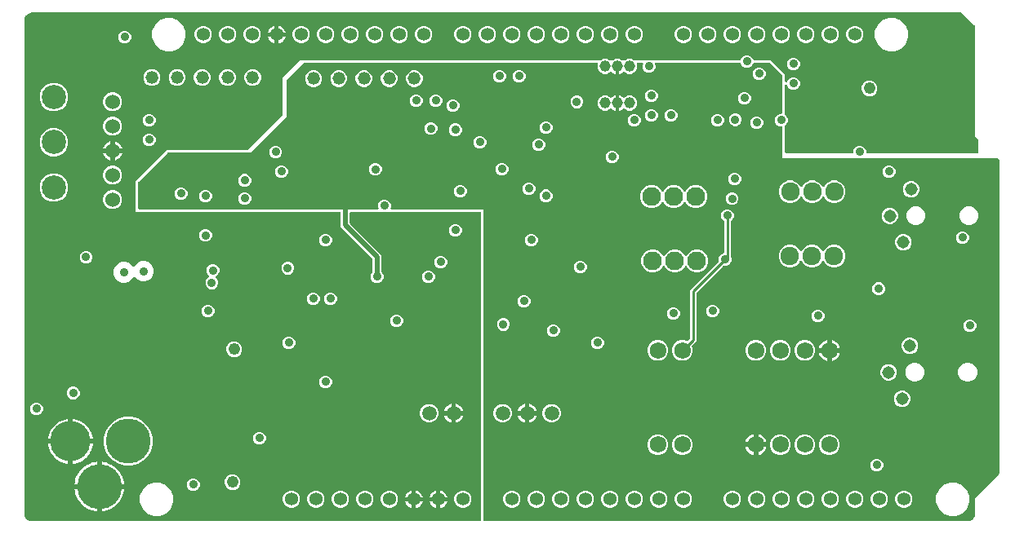
<source format=gbr>
G04 EAGLE Gerber RS-274X export*
G75*
%MOMM*%
%FSLAX34Y34*%
%LPD*%
%INCopper Layer 2*%
%IPPOS*%
%AMOC8*
5,1,8,0,0,1.08239X$1,22.5*%
G01*
%ADD10C,1.524000*%
%ADD11C,1.358000*%
%ADD12C,1.320800*%
%ADD13C,1.920000*%
%ADD14C,1.950000*%
%ADD15C,1.308000*%
%ADD16C,1.725000*%
%ADD17C,1.508000*%
%ADD18C,1.168000*%
%ADD19C,2.520000*%
%ADD20C,4.656100*%
%ADD21C,4.178300*%
%ADD22C,0.914400*%
%ADD23C,0.254000*%
%ADD24C,0.508000*%
%ADD25C,1.219200*%

G36*
X980580Y2703D02*
X980580Y2703D01*
X980684Y2707D01*
X981892Y2826D01*
X981996Y2849D01*
X982101Y2864D01*
X982181Y2892D01*
X982202Y2896D01*
X982216Y2904D01*
X982253Y2916D01*
X984485Y3841D01*
X984493Y3845D01*
X984502Y3848D01*
X984632Y3924D01*
X984761Y3998D01*
X984768Y4005D01*
X984776Y4009D01*
X984896Y4116D01*
X986604Y5824D01*
X986610Y5831D01*
X986617Y5837D01*
X986707Y5956D01*
X986799Y6075D01*
X986803Y6083D01*
X986809Y6091D01*
X986879Y6235D01*
X987804Y8467D01*
X987832Y8569D01*
X987868Y8669D01*
X987882Y8752D01*
X987888Y8773D01*
X987888Y8789D01*
X987894Y8828D01*
X988013Y10036D01*
X988013Y10055D01*
X988019Y10160D01*
X988019Y26612D01*
X1013048Y51641D01*
X1013108Y51719D01*
X1013176Y51791D01*
X1013205Y51844D01*
X1013242Y51892D01*
X1013282Y51983D01*
X1013330Y52070D01*
X1013345Y52128D01*
X1013369Y52184D01*
X1013384Y52282D01*
X1013409Y52377D01*
X1013415Y52478D01*
X1013419Y52498D01*
X1013417Y52510D01*
X1013419Y52538D01*
X1013419Y377042D01*
X1013407Y377140D01*
X1013404Y377239D01*
X1013387Y377297D01*
X1013379Y377357D01*
X1013343Y377449D01*
X1013315Y377545D01*
X1013285Y377597D01*
X1013262Y377653D01*
X1013204Y377733D01*
X1013154Y377819D01*
X1013088Y377894D01*
X1013076Y377910D01*
X1013066Y377918D01*
X1013048Y377939D01*
X1011469Y379518D01*
X1011391Y379578D01*
X1011319Y379646D01*
X1011266Y379675D01*
X1011218Y379712D01*
X1011127Y379752D01*
X1011040Y379800D01*
X1010982Y379815D01*
X1010926Y379839D01*
X1010828Y379854D01*
X1010733Y379879D01*
X1010633Y379885D01*
X1010612Y379889D01*
X1010600Y379887D01*
X1010572Y379889D01*
X870819Y379889D01*
X870810Y379888D01*
X870801Y379889D01*
X870652Y379868D01*
X870504Y379849D01*
X870495Y379846D01*
X870486Y379845D01*
X870334Y379793D01*
X869954Y379635D01*
X867326Y379635D01*
X866946Y379793D01*
X866937Y379795D01*
X866929Y379800D01*
X866785Y379837D01*
X866640Y379877D01*
X866630Y379877D01*
X866621Y379879D01*
X866461Y379889D01*
X788629Y379889D01*
X788629Y411386D01*
X788614Y411504D01*
X788607Y411623D01*
X788594Y411661D01*
X788589Y411702D01*
X788546Y411812D01*
X788509Y411925D01*
X788487Y411960D01*
X788472Y411997D01*
X788403Y412093D01*
X788339Y412194D01*
X788309Y412222D01*
X788286Y412255D01*
X788194Y412331D01*
X788107Y412412D01*
X788072Y412432D01*
X788041Y412457D01*
X787933Y412508D01*
X787829Y412566D01*
X787789Y412576D01*
X787753Y412593D01*
X787636Y412615D01*
X787521Y412645D01*
X787461Y412649D01*
X787441Y412653D01*
X787420Y412651D01*
X787360Y412655D01*
X786046Y412655D01*
X783619Y413661D01*
X781761Y415519D01*
X780755Y417946D01*
X780755Y420574D01*
X781761Y423001D01*
X783619Y424859D01*
X786046Y425865D01*
X787360Y425865D01*
X787478Y425880D01*
X787597Y425887D01*
X787635Y425900D01*
X787676Y425905D01*
X787786Y425948D01*
X787899Y425985D01*
X787934Y426007D01*
X787971Y426022D01*
X788067Y426091D01*
X788168Y426155D01*
X788196Y426185D01*
X788229Y426208D01*
X788305Y426300D01*
X788386Y426387D01*
X788406Y426422D01*
X788431Y426453D01*
X788482Y426561D01*
X788540Y426665D01*
X788550Y426705D01*
X788567Y426741D01*
X788589Y426858D01*
X788619Y426973D01*
X788623Y427033D01*
X788627Y427053D01*
X788625Y427074D01*
X788629Y427134D01*
X788629Y464980D01*
X788617Y465078D01*
X788614Y465177D01*
X788597Y465235D01*
X788589Y465296D01*
X788553Y465388D01*
X788525Y465483D01*
X788495Y465535D01*
X788472Y465591D01*
X788414Y465671D01*
X788364Y465757D01*
X788298Y465832D01*
X788286Y465849D01*
X788276Y465856D01*
X788258Y465878D01*
X775558Y478578D01*
X775479Y478638D01*
X775407Y478706D01*
X775354Y478735D01*
X775306Y478772D01*
X775215Y478812D01*
X775129Y478860D01*
X775070Y478875D01*
X775014Y478899D01*
X774916Y478914D01*
X774821Y478939D01*
X774721Y478945D01*
X774700Y478949D01*
X774688Y478947D01*
X774660Y478949D01*
X759271Y478949D01*
X759241Y478946D01*
X759212Y478948D01*
X759084Y478926D01*
X758955Y478909D01*
X758928Y478899D01*
X758899Y478894D01*
X758780Y478840D01*
X758659Y478792D01*
X758636Y478775D01*
X758609Y478763D01*
X758507Y478682D01*
X758402Y478606D01*
X758383Y478583D01*
X758360Y478564D01*
X758282Y478461D01*
X758199Y478361D01*
X758187Y478334D01*
X758169Y478310D01*
X758098Y478166D01*
X757399Y476479D01*
X755541Y474621D01*
X753114Y473615D01*
X750486Y473615D01*
X748059Y474621D01*
X746201Y476479D01*
X745502Y478166D01*
X745487Y478191D01*
X745478Y478219D01*
X745409Y478329D01*
X745344Y478442D01*
X745324Y478463D01*
X745308Y478488D01*
X745213Y478577D01*
X745123Y478670D01*
X745098Y478686D01*
X745077Y478706D01*
X744963Y478769D01*
X744852Y478837D01*
X744824Y478845D01*
X744798Y478860D01*
X744672Y478892D01*
X744548Y478930D01*
X744519Y478932D01*
X744490Y478939D01*
X744329Y478949D01*
X657671Y478949D01*
X657621Y478943D01*
X657572Y478945D01*
X657464Y478923D01*
X657355Y478909D01*
X657309Y478891D01*
X657260Y478881D01*
X657161Y478833D01*
X657059Y478792D01*
X657019Y478763D01*
X656975Y478741D01*
X656891Y478670D01*
X656802Y478606D01*
X656770Y478567D01*
X656733Y478535D01*
X656669Y478445D01*
X656599Y478361D01*
X656578Y478316D01*
X656549Y478275D01*
X656510Y478172D01*
X656464Y478073D01*
X656454Y478024D01*
X656437Y477978D01*
X656425Y477868D01*
X656404Y477761D01*
X656407Y477711D01*
X656401Y477662D01*
X656417Y477553D01*
X656424Y477443D01*
X656439Y477396D01*
X656446Y477347D01*
X656498Y477194D01*
X656805Y476454D01*
X656805Y473826D01*
X655799Y471399D01*
X653941Y469541D01*
X651514Y468535D01*
X648886Y468535D01*
X646459Y469541D01*
X644601Y471399D01*
X643595Y473826D01*
X643595Y476454D01*
X643902Y477194D01*
X643915Y477242D01*
X643936Y477287D01*
X643957Y477395D01*
X643986Y477501D01*
X643987Y477551D01*
X643996Y477600D01*
X643989Y477709D01*
X643991Y477819D01*
X643979Y477867D01*
X643976Y477917D01*
X643943Y478021D01*
X643917Y478128D01*
X643894Y478172D01*
X643878Y478219D01*
X643820Y478312D01*
X643768Y478409D01*
X643735Y478446D01*
X643708Y478488D01*
X643628Y478563D01*
X643554Y478645D01*
X643513Y478672D01*
X643477Y478706D01*
X643380Y478759D01*
X643289Y478819D01*
X643241Y478836D01*
X643198Y478860D01*
X643092Y478887D01*
X642988Y478923D01*
X642938Y478927D01*
X642890Y478939D01*
X642729Y478949D01*
X638723Y478949D01*
X638674Y478943D01*
X638624Y478945D01*
X638517Y478923D01*
X638408Y478909D01*
X638361Y478891D01*
X638313Y478881D01*
X638214Y478833D01*
X638112Y478792D01*
X638072Y478763D01*
X638027Y478741D01*
X637943Y478670D01*
X637855Y478606D01*
X637823Y478567D01*
X637785Y478535D01*
X637722Y478445D01*
X637652Y478361D01*
X637631Y478316D01*
X637602Y478275D01*
X637563Y478172D01*
X637516Y478073D01*
X637507Y478024D01*
X637489Y477978D01*
X637477Y477868D01*
X637456Y477761D01*
X637459Y477711D01*
X637454Y477662D01*
X637469Y477553D01*
X637476Y477443D01*
X637491Y477396D01*
X637498Y477347D01*
X637550Y477194D01*
X637753Y476706D01*
X637753Y473574D01*
X636554Y470680D01*
X634340Y468466D01*
X631446Y467267D01*
X628314Y467267D01*
X625420Y468466D01*
X624787Y469100D01*
X624693Y469173D01*
X624603Y469251D01*
X624567Y469270D01*
X624535Y469295D01*
X624426Y469342D01*
X624320Y469396D01*
X624281Y469405D01*
X624244Y469421D01*
X624126Y469440D01*
X624010Y469466D01*
X623970Y469464D01*
X623929Y469471D01*
X623811Y469460D01*
X623692Y469456D01*
X623653Y469445D01*
X623613Y469441D01*
X623501Y469401D01*
X623386Y469368D01*
X623352Y469347D01*
X623314Y469333D01*
X623215Y469266D01*
X623113Y469206D01*
X623067Y469166D01*
X623050Y469155D01*
X623037Y469139D01*
X622992Y469100D01*
X622522Y468630D01*
X621150Y467713D01*
X619625Y467081D01*
X618829Y466923D01*
X618829Y474760D01*
X618814Y474878D01*
X618807Y474997D01*
X618794Y475035D01*
X618789Y475075D01*
X618746Y475186D01*
X618709Y475299D01*
X618687Y475333D01*
X618672Y475371D01*
X618603Y475467D01*
X618539Y475568D01*
X618509Y475596D01*
X618486Y475628D01*
X618394Y475704D01*
X618307Y475786D01*
X618272Y475805D01*
X618241Y475831D01*
X618133Y475882D01*
X618029Y475939D01*
X617989Y475949D01*
X617953Y475967D01*
X617836Y475989D01*
X617721Y476019D01*
X617661Y476023D01*
X617641Y476026D01*
X617620Y476025D01*
X617560Y476029D01*
X616800Y476029D01*
X616682Y476014D01*
X616563Y476007D01*
X616525Y475994D01*
X616484Y475989D01*
X616374Y475945D01*
X616261Y475909D01*
X616226Y475887D01*
X616189Y475872D01*
X616092Y475802D01*
X615992Y475739D01*
X615964Y475709D01*
X615931Y475685D01*
X615855Y475594D01*
X615774Y475507D01*
X615754Y475472D01*
X615729Y475440D01*
X615678Y475333D01*
X615620Y475228D01*
X615610Y475189D01*
X615593Y475153D01*
X615571Y475036D01*
X615541Y474920D01*
X615537Y474860D01*
X615533Y474840D01*
X615535Y474820D01*
X615531Y474760D01*
X615531Y466923D01*
X614735Y467081D01*
X613210Y467713D01*
X611838Y468630D01*
X611368Y469100D01*
X611274Y469173D01*
X611185Y469251D01*
X611149Y469270D01*
X611117Y469295D01*
X611008Y469342D01*
X610902Y469396D01*
X610862Y469405D01*
X610825Y469421D01*
X610707Y469440D01*
X610591Y469466D01*
X610551Y469464D01*
X610511Y469471D01*
X610392Y469460D01*
X610274Y469456D01*
X610235Y469445D01*
X610194Y469441D01*
X610082Y469401D01*
X609968Y469368D01*
X609933Y469347D01*
X609895Y469333D01*
X609797Y469266D01*
X609694Y469206D01*
X609649Y469166D01*
X609632Y469155D01*
X609618Y469139D01*
X609573Y469100D01*
X608940Y468466D01*
X606046Y467267D01*
X602914Y467267D01*
X600020Y468466D01*
X597806Y470680D01*
X596607Y473574D01*
X596607Y476706D01*
X596810Y477194D01*
X596823Y477242D01*
X596844Y477287D01*
X596864Y477395D01*
X596893Y477501D01*
X596894Y477551D01*
X596904Y477600D01*
X596897Y477709D01*
X596899Y477819D01*
X596887Y477867D01*
X596884Y477917D01*
X596850Y478021D01*
X596824Y478128D01*
X596801Y478172D01*
X596786Y478219D01*
X596727Y478312D01*
X596676Y478409D01*
X596642Y478446D01*
X596616Y478488D01*
X596536Y478563D01*
X596462Y478645D01*
X596420Y478672D01*
X596384Y478706D01*
X596288Y478759D01*
X596196Y478819D01*
X596149Y478836D01*
X596106Y478860D01*
X595999Y478887D01*
X595895Y478923D01*
X595846Y478927D01*
X595798Y478939D01*
X595637Y478949D01*
X293076Y478949D01*
X292978Y478937D01*
X292879Y478934D01*
X292821Y478917D01*
X292760Y478909D01*
X292668Y478873D01*
X292573Y478845D01*
X292521Y478815D01*
X292465Y478792D01*
X292385Y478734D01*
X292299Y478684D01*
X292224Y478618D01*
X292207Y478606D01*
X292200Y478596D01*
X292179Y478578D01*
X274653Y461052D01*
X274592Y460973D01*
X274524Y460901D01*
X274495Y460848D01*
X274458Y460800D01*
X274418Y460709D01*
X274370Y460623D01*
X274355Y460564D01*
X274331Y460508D01*
X274316Y460410D01*
X274291Y460315D01*
X274285Y460215D01*
X274281Y460194D01*
X274283Y460182D01*
X274281Y460154D01*
X274281Y422834D01*
X236924Y385477D01*
X151598Y385477D01*
X151500Y385465D01*
X151401Y385462D01*
X151343Y385445D01*
X151282Y385437D01*
X151190Y385401D01*
X151095Y385373D01*
X151043Y385343D01*
X150987Y385320D01*
X150907Y385262D01*
X150821Y385212D01*
X150746Y385146D01*
X150729Y385134D01*
X150722Y385124D01*
X150701Y385106D01*
X120983Y355388D01*
X120922Y355309D01*
X120854Y355237D01*
X120825Y355184D01*
X120788Y355136D01*
X120748Y355045D01*
X120700Y354959D01*
X120685Y354900D01*
X120661Y354844D01*
X120646Y354746D01*
X120621Y354651D01*
X120615Y354551D01*
X120611Y354530D01*
X120613Y354518D01*
X120611Y354490D01*
X120611Y327820D01*
X120626Y327702D01*
X120633Y327583D01*
X120646Y327545D01*
X120651Y327504D01*
X120694Y327394D01*
X120731Y327281D01*
X120753Y327246D01*
X120768Y327209D01*
X120838Y327113D01*
X120901Y327012D01*
X120931Y326984D01*
X120954Y326951D01*
X121046Y326876D01*
X121133Y326794D01*
X121168Y326774D01*
X121199Y326749D01*
X121307Y326698D01*
X121411Y326640D01*
X121451Y326630D01*
X121487Y326613D01*
X121604Y326591D01*
X121719Y326561D01*
X121780Y326557D01*
X121800Y326553D01*
X121820Y326555D01*
X121880Y326551D01*
X368409Y326551D01*
X368459Y326557D01*
X368508Y326555D01*
X368616Y326577D01*
X368725Y326591D01*
X368771Y326609D01*
X368820Y326619D01*
X368919Y326667D01*
X369021Y326708D01*
X369061Y326737D01*
X369105Y326759D01*
X369189Y326830D01*
X369278Y326894D01*
X369310Y326933D01*
X369347Y326965D01*
X369411Y327055D01*
X369481Y327139D01*
X369502Y327184D01*
X369531Y327225D01*
X369570Y327328D01*
X369616Y327427D01*
X369626Y327476D01*
X369643Y327522D01*
X369655Y327632D01*
X369676Y327740D01*
X369673Y327789D01*
X369679Y327839D01*
X369663Y327947D01*
X369656Y328057D01*
X369641Y328104D01*
X369634Y328153D01*
X369582Y328306D01*
X369275Y329046D01*
X369275Y331674D01*
X370281Y334101D01*
X372139Y335959D01*
X374566Y336965D01*
X377194Y336965D01*
X379621Y335959D01*
X381479Y334101D01*
X382485Y331674D01*
X382485Y329046D01*
X382178Y328306D01*
X382165Y328258D01*
X382144Y328213D01*
X382123Y328105D01*
X382094Y327999D01*
X382093Y327949D01*
X382084Y327901D01*
X382091Y327791D01*
X382089Y327681D01*
X382101Y327633D01*
X382104Y327583D01*
X382137Y327479D01*
X382163Y327372D01*
X382186Y327328D01*
X382202Y327281D01*
X382260Y327188D01*
X382312Y327091D01*
X382345Y327054D01*
X382372Y327012D01*
X382452Y326937D01*
X382526Y326855D01*
X382567Y326828D01*
X382603Y326794D01*
X382700Y326741D01*
X382791Y326681D01*
X382838Y326664D01*
X382882Y326640D01*
X382988Y326613D01*
X383092Y326577D01*
X383142Y326573D01*
X383190Y326561D01*
X383351Y326551D01*
X478751Y326551D01*
X478751Y3970D01*
X478766Y3852D01*
X478773Y3733D01*
X478786Y3695D01*
X478791Y3654D01*
X478834Y3544D01*
X478871Y3431D01*
X478893Y3396D01*
X478908Y3359D01*
X478978Y3263D01*
X479041Y3162D01*
X479071Y3134D01*
X479094Y3101D01*
X479186Y3025D01*
X479273Y2944D01*
X479308Y2924D01*
X479339Y2899D01*
X479447Y2848D01*
X479551Y2790D01*
X479591Y2780D01*
X479627Y2763D01*
X479744Y2741D01*
X479859Y2711D01*
X479920Y2707D01*
X479940Y2703D01*
X479960Y2705D01*
X480020Y2701D01*
X980560Y2701D01*
X980580Y2703D01*
G37*
G36*
X475058Y2716D02*
X475058Y2716D01*
X475177Y2723D01*
X475215Y2736D01*
X475256Y2741D01*
X475366Y2784D01*
X475479Y2821D01*
X475514Y2843D01*
X475551Y2858D01*
X475647Y2927D01*
X475748Y2991D01*
X475776Y3021D01*
X475809Y3044D01*
X475885Y3136D01*
X475966Y3223D01*
X475986Y3258D01*
X476011Y3289D01*
X476062Y3397D01*
X476120Y3501D01*
X476130Y3541D01*
X476147Y3577D01*
X476169Y3694D01*
X476199Y3809D01*
X476203Y3869D01*
X476207Y3889D01*
X476205Y3910D01*
X476209Y3970D01*
X476209Y322740D01*
X476194Y322858D01*
X476187Y322977D01*
X476174Y323015D01*
X476169Y323056D01*
X476126Y323166D01*
X476089Y323279D01*
X476067Y323314D01*
X476052Y323351D01*
X475983Y323447D01*
X475919Y323548D01*
X475889Y323576D01*
X475866Y323609D01*
X475774Y323685D01*
X475687Y323766D01*
X475652Y323786D01*
X475621Y323811D01*
X475513Y323862D01*
X475409Y323920D01*
X475369Y323930D01*
X475333Y323947D01*
X475216Y323969D01*
X475101Y323999D01*
X475041Y324003D01*
X475021Y324007D01*
X475000Y324005D01*
X474940Y324009D01*
X378059Y324009D01*
X378050Y324008D01*
X378041Y324009D01*
X377892Y323988D01*
X377744Y323969D01*
X377735Y323966D01*
X377726Y323965D01*
X377574Y323913D01*
X377194Y323755D01*
X374566Y323755D01*
X374186Y323913D01*
X374177Y323915D01*
X374169Y323920D01*
X374025Y323957D01*
X373880Y323997D01*
X373870Y323997D01*
X373861Y323999D01*
X373701Y324009D01*
X341082Y324009D01*
X340964Y323994D01*
X340845Y323987D01*
X340807Y323974D01*
X340766Y323969D01*
X340656Y323926D01*
X340543Y323889D01*
X340508Y323867D01*
X340471Y323852D01*
X340375Y323783D01*
X340274Y323719D01*
X340246Y323689D01*
X340213Y323666D01*
X340137Y323574D01*
X340056Y323487D01*
X340036Y323452D01*
X340011Y323421D01*
X339960Y323313D01*
X339902Y323209D01*
X339892Y323169D01*
X339875Y323133D01*
X339853Y323016D01*
X339823Y322901D01*
X339819Y322841D01*
X339815Y322821D01*
X339817Y322800D01*
X339813Y322740D01*
X339813Y312460D01*
X339825Y312362D01*
X339828Y312263D01*
X339845Y312204D01*
X339853Y312144D01*
X339889Y312052D01*
X339917Y311957D01*
X339947Y311905D01*
X339970Y311849D01*
X340028Y311769D01*
X340078Y311683D01*
X340144Y311608D01*
X340156Y311591D01*
X340166Y311583D01*
X340184Y311562D01*
X372833Y278914D01*
X372833Y261994D01*
X372845Y261895D01*
X372848Y261796D01*
X372865Y261738D01*
X372873Y261678D01*
X372909Y261586D01*
X372937Y261491D01*
X372967Y261439D01*
X372990Y261382D01*
X373048Y261302D01*
X373098Y261217D01*
X373164Y261141D01*
X373176Y261125D01*
X373186Y261117D01*
X373204Y261096D01*
X373859Y260441D01*
X374865Y258014D01*
X374865Y255386D01*
X373859Y252959D01*
X372001Y251101D01*
X369574Y250095D01*
X366946Y250095D01*
X364519Y251101D01*
X362661Y252959D01*
X361655Y255386D01*
X361655Y258014D01*
X362661Y260441D01*
X363316Y261096D01*
X363376Y261174D01*
X363444Y261246D01*
X363473Y261299D01*
X363510Y261347D01*
X363550Y261438D01*
X363598Y261525D01*
X363613Y261583D01*
X363637Y261639D01*
X363652Y261737D01*
X363677Y261833D01*
X363683Y261933D01*
X363687Y261953D01*
X363685Y261966D01*
X363687Y261994D01*
X363687Y274600D01*
X363675Y274698D01*
X363672Y274797D01*
X363655Y274856D01*
X363647Y274916D01*
X363611Y275008D01*
X363583Y275103D01*
X363553Y275155D01*
X363530Y275211D01*
X363472Y275291D01*
X363422Y275377D01*
X363356Y275452D01*
X363344Y275469D01*
X363334Y275477D01*
X363316Y275498D01*
X330667Y308146D01*
X330667Y322740D01*
X330652Y322858D01*
X330645Y322977D01*
X330632Y323015D01*
X330627Y323056D01*
X330584Y323166D01*
X330547Y323279D01*
X330525Y323314D01*
X330510Y323351D01*
X330441Y323447D01*
X330377Y323548D01*
X330347Y323576D01*
X330324Y323609D01*
X330232Y323685D01*
X330145Y323766D01*
X330110Y323786D01*
X330079Y323811D01*
X329971Y323862D01*
X329867Y323920D01*
X329827Y323930D01*
X329791Y323947D01*
X329674Y323969D01*
X329559Y323999D01*
X329499Y324003D01*
X329479Y324007D01*
X329458Y324005D01*
X329398Y324009D01*
X118069Y324009D01*
X118069Y356504D01*
X149838Y388273D01*
X232878Y388273D01*
X232976Y388285D01*
X233075Y388288D01*
X233133Y388305D01*
X233194Y388313D01*
X233286Y388349D01*
X233381Y388377D01*
X233433Y388407D01*
X233489Y388430D01*
X233569Y388488D01*
X233655Y388538D01*
X233730Y388604D01*
X233747Y388616D01*
X233754Y388626D01*
X233776Y388645D01*
X269844Y424713D01*
X269904Y424791D01*
X269972Y424863D01*
X270001Y424916D01*
X270038Y424964D01*
X270078Y425055D01*
X270126Y425141D01*
X270141Y425200D01*
X270165Y425256D01*
X270180Y425354D01*
X270205Y425449D01*
X270211Y425549D01*
X270215Y425570D01*
X270213Y425582D01*
X270215Y425610D01*
X270215Y463438D01*
X288268Y481491D01*
X599171Y481491D01*
X599269Y481503D01*
X599369Y481506D01*
X599427Y481523D01*
X599487Y481531D01*
X599579Y481567D01*
X599674Y481595D01*
X599726Y481625D01*
X599783Y481648D01*
X599863Y481706D01*
X599948Y481756D01*
X600008Y481809D01*
X602914Y483013D01*
X606046Y483013D01*
X608969Y481802D01*
X609042Y481734D01*
X609095Y481705D01*
X609142Y481668D01*
X609233Y481628D01*
X609320Y481580D01*
X609379Y481565D01*
X609434Y481541D01*
X609532Y481526D01*
X609628Y481501D01*
X609728Y481495D01*
X609748Y481491D01*
X609761Y481493D01*
X609789Y481491D01*
X611871Y481491D01*
X611969Y481503D01*
X612069Y481506D01*
X612127Y481523D01*
X612187Y481531D01*
X612279Y481567D01*
X612374Y481595D01*
X612426Y481625D01*
X612483Y481648D01*
X612563Y481706D01*
X612648Y481756D01*
X612708Y481809D01*
X615614Y483013D01*
X618746Y483013D01*
X621669Y481802D01*
X621742Y481734D01*
X621795Y481705D01*
X621842Y481668D01*
X621933Y481628D01*
X622020Y481580D01*
X622079Y481565D01*
X622134Y481541D01*
X622232Y481526D01*
X622328Y481501D01*
X622428Y481495D01*
X622448Y481491D01*
X622461Y481493D01*
X622489Y481491D01*
X624571Y481491D01*
X624669Y481503D01*
X624769Y481506D01*
X624827Y481523D01*
X624887Y481531D01*
X624979Y481567D01*
X625074Y481595D01*
X625126Y481625D01*
X625183Y481648D01*
X625263Y481706D01*
X625348Y481756D01*
X625408Y481809D01*
X628314Y483013D01*
X631446Y483013D01*
X634369Y481802D01*
X634442Y481734D01*
X634495Y481705D01*
X634542Y481668D01*
X634633Y481628D01*
X634720Y481580D01*
X634779Y481565D01*
X634834Y481541D01*
X634932Y481526D01*
X635028Y481501D01*
X635128Y481495D01*
X635148Y481491D01*
X635161Y481493D01*
X635189Y481491D01*
X648021Y481491D01*
X648030Y481492D01*
X648039Y481491D01*
X648188Y481512D01*
X648336Y481531D01*
X648345Y481534D01*
X648354Y481535D01*
X648506Y481587D01*
X648886Y481745D01*
X651514Y481745D01*
X651894Y481587D01*
X651903Y481585D01*
X651911Y481580D01*
X652056Y481543D01*
X652200Y481503D01*
X652210Y481503D01*
X652219Y481501D01*
X652379Y481491D01*
X744329Y481491D01*
X744359Y481494D01*
X744388Y481492D01*
X744516Y481514D01*
X744645Y481531D01*
X744672Y481541D01*
X744701Y481547D01*
X744820Y481600D01*
X744941Y481648D01*
X744964Y481665D01*
X744991Y481677D01*
X745093Y481758D01*
X745198Y481834D01*
X745217Y481857D01*
X745240Y481876D01*
X745318Y481979D01*
X745401Y482079D01*
X745413Y482106D01*
X745431Y482130D01*
X745502Y482274D01*
X746201Y483961D01*
X748059Y485819D01*
X750486Y486825D01*
X753114Y486825D01*
X755541Y485819D01*
X757399Y483961D01*
X758098Y482274D01*
X758113Y482249D01*
X758122Y482221D01*
X758191Y482111D01*
X758256Y481998D01*
X758276Y481977D01*
X758292Y481952D01*
X758387Y481863D01*
X758477Y481770D01*
X758502Y481754D01*
X758523Y481734D01*
X758637Y481671D01*
X758748Y481603D01*
X758776Y481595D01*
X758802Y481580D01*
X758928Y481548D01*
X759052Y481510D01*
X759081Y481508D01*
X759110Y481501D01*
X759271Y481491D01*
X776674Y481491D01*
X791171Y466994D01*
X791171Y459539D01*
X791180Y459470D01*
X791178Y459400D01*
X791199Y459313D01*
X791211Y459224D01*
X791236Y459159D01*
X791253Y459091D01*
X791295Y459012D01*
X791328Y458928D01*
X791369Y458872D01*
X791401Y458810D01*
X791462Y458743D01*
X791514Y458671D01*
X791568Y458626D01*
X791615Y458575D01*
X791690Y458525D01*
X791759Y458468D01*
X791823Y458438D01*
X791881Y458400D01*
X791966Y458371D01*
X792047Y458332D01*
X792116Y458319D01*
X792182Y458297D01*
X792271Y458290D01*
X792360Y458273D01*
X792429Y458277D01*
X792499Y458271D01*
X792587Y458287D01*
X792677Y458292D01*
X792743Y458314D01*
X792812Y458326D01*
X792894Y458363D01*
X792979Y458390D01*
X793038Y458428D01*
X793102Y458456D01*
X793172Y458513D01*
X793248Y458561D01*
X793296Y458611D01*
X793350Y458655D01*
X793405Y458727D01*
X793466Y458792D01*
X793500Y458853D01*
X793542Y458909D01*
X793613Y459054D01*
X794461Y461101D01*
X796319Y462959D01*
X798746Y463965D01*
X801374Y463965D01*
X803801Y462959D01*
X805659Y461101D01*
X806665Y458674D01*
X806665Y456046D01*
X805659Y453619D01*
X803801Y451761D01*
X801374Y450755D01*
X798746Y450755D01*
X796319Y451761D01*
X794461Y453619D01*
X793613Y455666D01*
X793578Y455727D01*
X793552Y455792D01*
X793500Y455864D01*
X793455Y455943D01*
X793407Y455993D01*
X793366Y456049D01*
X793296Y456107D01*
X793234Y456171D01*
X793174Y456207D01*
X793121Y456252D01*
X793039Y456290D01*
X792963Y456337D01*
X792896Y456358D01*
X792833Y456388D01*
X792745Y456404D01*
X792659Y456431D01*
X792589Y456434D01*
X792521Y456447D01*
X792431Y456442D01*
X792341Y456446D01*
X792273Y456432D01*
X792203Y456428D01*
X792118Y456400D01*
X792030Y456382D01*
X791967Y456351D01*
X791901Y456330D01*
X791825Y456282D01*
X791744Y456242D01*
X791691Y456197D01*
X791632Y456159D01*
X791570Y456094D01*
X791502Y456036D01*
X791462Y455979D01*
X791414Y455928D01*
X791371Y455849D01*
X791319Y455776D01*
X791294Y455710D01*
X791260Y455649D01*
X791238Y455562D01*
X791206Y455478D01*
X791198Y455409D01*
X791181Y455341D01*
X791171Y455181D01*
X791171Y425315D01*
X791183Y425217D01*
X791186Y425118D01*
X791203Y425060D01*
X791211Y425000D01*
X791247Y424908D01*
X791275Y424813D01*
X791305Y424761D01*
X791328Y424704D01*
X791386Y424624D01*
X791436Y424539D01*
X791502Y424463D01*
X791514Y424447D01*
X791524Y424439D01*
X791543Y424418D01*
X792959Y423001D01*
X793965Y420574D01*
X793965Y417946D01*
X792959Y415519D01*
X791543Y414102D01*
X791482Y414024D01*
X791414Y413952D01*
X791385Y413899D01*
X791348Y413851D01*
X791308Y413760D01*
X791260Y413673D01*
X791245Y413615D01*
X791221Y413559D01*
X791206Y413461D01*
X791181Y413365D01*
X791175Y413265D01*
X791171Y413245D01*
X791173Y413233D01*
X791171Y413205D01*
X791171Y386240D01*
X791186Y386122D01*
X791193Y386003D01*
X791206Y385965D01*
X791211Y385924D01*
X791254Y385814D01*
X791291Y385701D01*
X791313Y385666D01*
X791328Y385629D01*
X791398Y385533D01*
X791461Y385432D01*
X791491Y385404D01*
X791514Y385371D01*
X791606Y385296D01*
X791693Y385214D01*
X791728Y385194D01*
X791759Y385169D01*
X791867Y385118D01*
X791971Y385060D01*
X792011Y385050D01*
X792047Y385033D01*
X792164Y385011D01*
X792279Y384981D01*
X792340Y384977D01*
X792360Y384973D01*
X792380Y384975D01*
X792440Y384971D01*
X860766Y384971D01*
X860884Y384986D01*
X861003Y384993D01*
X861041Y385006D01*
X861082Y385011D01*
X861192Y385054D01*
X861305Y385091D01*
X861340Y385113D01*
X861377Y385128D01*
X861473Y385198D01*
X861574Y385261D01*
X861602Y385291D01*
X861635Y385314D01*
X861711Y385406D01*
X861792Y385493D01*
X861812Y385528D01*
X861837Y385559D01*
X861888Y385667D01*
X861946Y385771D01*
X861956Y385811D01*
X861973Y385847D01*
X861995Y385964D01*
X862025Y386079D01*
X862029Y386140D01*
X862033Y386160D01*
X862031Y386180D01*
X862035Y386240D01*
X862035Y387554D01*
X863041Y389981D01*
X864899Y391839D01*
X867326Y392845D01*
X869954Y392845D01*
X872381Y391839D01*
X874239Y389981D01*
X875245Y387554D01*
X875245Y386240D01*
X875260Y386122D01*
X875267Y386003D01*
X875280Y385965D01*
X875285Y385924D01*
X875328Y385814D01*
X875365Y385701D01*
X875387Y385666D01*
X875402Y385629D01*
X875471Y385533D01*
X875535Y385432D01*
X875565Y385404D01*
X875588Y385371D01*
X875680Y385296D01*
X875767Y385214D01*
X875802Y385194D01*
X875833Y385169D01*
X875941Y385118D01*
X876045Y385060D01*
X876085Y385050D01*
X876121Y385033D01*
X876238Y385011D01*
X876353Y384981D01*
X876413Y384977D01*
X876433Y384973D01*
X876454Y384975D01*
X876514Y384971D01*
X990560Y384971D01*
X990678Y384986D01*
X990797Y384993D01*
X990835Y385006D01*
X990876Y385011D01*
X990986Y385054D01*
X991099Y385091D01*
X991134Y385113D01*
X991171Y385128D01*
X991267Y385198D01*
X991368Y385261D01*
X991396Y385291D01*
X991429Y385314D01*
X991505Y385406D01*
X991586Y385493D01*
X991606Y385528D01*
X991631Y385559D01*
X991682Y385667D01*
X991740Y385771D01*
X991750Y385811D01*
X991767Y385847D01*
X991789Y385964D01*
X991819Y386079D01*
X991823Y386140D01*
X991827Y386160D01*
X991825Y386180D01*
X991829Y386240D01*
X991829Y398632D01*
X991817Y398730D01*
X991814Y398829D01*
X991797Y398887D01*
X991789Y398947D01*
X991753Y399039D01*
X991725Y399135D01*
X991695Y399187D01*
X991672Y399243D01*
X991614Y399323D01*
X991564Y399409D01*
X991498Y399484D01*
X991486Y399500D01*
X991476Y399508D01*
X991458Y399529D01*
X989879Y401108D01*
X988019Y402968D01*
X988019Y516742D01*
X988007Y516840D01*
X988004Y516939D01*
X987992Y516980D01*
X987992Y516984D01*
X987987Y517000D01*
X987979Y517057D01*
X987943Y517149D01*
X987915Y517245D01*
X987897Y517275D01*
X987894Y517286D01*
X987880Y517308D01*
X987862Y517353D01*
X987804Y517433D01*
X987754Y517519D01*
X987729Y517547D01*
X987724Y517555D01*
X987712Y517566D01*
X987688Y517594D01*
X987676Y517610D01*
X987666Y517618D01*
X987648Y517639D01*
X974639Y530648D01*
X974561Y530708D01*
X974489Y530776D01*
X974436Y530805D01*
X974388Y530842D01*
X974297Y530882D01*
X974210Y530930D01*
X974152Y530945D01*
X974096Y530969D01*
X973998Y530984D01*
X973903Y531009D01*
X973803Y531015D01*
X973782Y531019D01*
X973770Y531017D01*
X973742Y531019D01*
X9960Y531019D01*
X9940Y531017D01*
X9836Y531013D01*
X8628Y530894D01*
X8524Y530871D01*
X8419Y530856D01*
X8339Y530828D01*
X8318Y530824D01*
X8304Y530816D01*
X8267Y530804D01*
X6035Y529879D01*
X6027Y529875D01*
X6018Y529872D01*
X5888Y529796D01*
X5759Y529722D01*
X5752Y529715D01*
X5744Y529711D01*
X5624Y529604D01*
X3916Y527896D01*
X3910Y527889D01*
X3903Y527883D01*
X3813Y527764D01*
X3721Y527645D01*
X3717Y527637D01*
X3711Y527629D01*
X3641Y527485D01*
X2716Y525253D01*
X2688Y525151D01*
X2652Y525051D01*
X2638Y524968D01*
X2632Y524947D01*
X2632Y524931D01*
X2626Y524892D01*
X2507Y523684D01*
X2507Y523665D01*
X2501Y523560D01*
X2501Y10160D01*
X2503Y10140D01*
X2507Y10036D01*
X2626Y8828D01*
X2649Y8724D01*
X2664Y8619D01*
X2692Y8539D01*
X2696Y8518D01*
X2704Y8504D01*
X2716Y8467D01*
X3641Y6235D01*
X3645Y6227D01*
X3648Y6218D01*
X3724Y6088D01*
X3798Y5959D01*
X3805Y5952D01*
X3809Y5944D01*
X3916Y5824D01*
X5624Y4116D01*
X5631Y4110D01*
X5637Y4103D01*
X5756Y4013D01*
X5875Y3921D01*
X5883Y3917D01*
X5891Y3911D01*
X6035Y3841D01*
X8267Y2916D01*
X8369Y2888D01*
X8469Y2852D01*
X8552Y2838D01*
X8573Y2832D01*
X8589Y2832D01*
X8628Y2826D01*
X9836Y2707D01*
X9855Y2707D01*
X9960Y2701D01*
X474940Y2701D01*
X475058Y2716D01*
G37*
%LPC*%
G36*
X106863Y60445D02*
X106863Y60445D01*
X100426Y62170D01*
X94653Y65502D01*
X89940Y70215D01*
X86608Y75988D01*
X84883Y82425D01*
X84883Y89091D01*
X86608Y95528D01*
X89940Y101301D01*
X94653Y106014D01*
X100426Y109346D01*
X106863Y111071D01*
X113529Y111071D01*
X119966Y109346D01*
X125739Y106014D01*
X130452Y101301D01*
X133784Y95528D01*
X135509Y89091D01*
X135509Y82425D01*
X133784Y75988D01*
X130452Y70215D01*
X125739Y65502D01*
X119966Y62170D01*
X113529Y60445D01*
X106863Y60445D01*
G37*
%LPD*%
%LPC*%
G36*
X682570Y169432D02*
X682570Y169432D01*
X678653Y171055D01*
X675655Y174053D01*
X674032Y177970D01*
X674032Y182210D01*
X675655Y186127D01*
X678653Y189125D01*
X682570Y190748D01*
X686810Y190748D01*
X688761Y189940D01*
X688789Y189932D01*
X688816Y189918D01*
X688942Y189890D01*
X689068Y189856D01*
X689097Y189855D01*
X689126Y189849D01*
X689256Y189853D01*
X689386Y189851D01*
X689414Y189858D01*
X689444Y189858D01*
X689568Y189894D01*
X689695Y189925D01*
X689721Y189939D01*
X689749Y189947D01*
X689861Y190013D01*
X689976Y190074D01*
X689998Y190093D01*
X690023Y190108D01*
X690144Y190215D01*
X692246Y192316D01*
X692306Y192395D01*
X692374Y192467D01*
X692403Y192520D01*
X692440Y192568D01*
X692480Y192659D01*
X692528Y192745D01*
X692543Y192804D01*
X692567Y192859D01*
X692582Y192957D01*
X692607Y193053D01*
X692613Y193153D01*
X692617Y193174D01*
X692615Y193186D01*
X692617Y193214D01*
X692617Y242828D01*
X721964Y272174D01*
X722024Y272253D01*
X722092Y272325D01*
X722121Y272378D01*
X722158Y272426D01*
X722198Y272517D01*
X722246Y272603D01*
X722261Y272662D01*
X722285Y272717D01*
X722300Y272815D01*
X722325Y272911D01*
X722331Y273011D01*
X722335Y273032D01*
X722333Y273044D01*
X722335Y273072D01*
X722335Y275794D01*
X723341Y278221D01*
X725199Y280079D01*
X727394Y280988D01*
X727419Y281003D01*
X727447Y281012D01*
X727557Y281082D01*
X727670Y281146D01*
X727691Y281166D01*
X727716Y281182D01*
X727805Y281277D01*
X727898Y281367D01*
X727914Y281392D01*
X727934Y281414D01*
X727997Y281528D01*
X728065Y281638D01*
X728073Y281667D01*
X728088Y281692D01*
X728120Y281818D01*
X728158Y281942D01*
X728160Y281972D01*
X728167Y282000D01*
X728177Y282161D01*
X728177Y313636D01*
X728165Y313735D01*
X728162Y313834D01*
X728145Y313892D01*
X728137Y313952D01*
X728101Y314044D01*
X728073Y314139D01*
X728043Y314191D01*
X728020Y314248D01*
X727962Y314328D01*
X727912Y314413D01*
X727846Y314489D01*
X727834Y314505D01*
X727824Y314513D01*
X727806Y314534D01*
X725881Y316459D01*
X724875Y318886D01*
X724875Y321514D01*
X725881Y323941D01*
X727739Y325799D01*
X730166Y326805D01*
X732794Y326805D01*
X735221Y325799D01*
X737079Y323941D01*
X738085Y321514D01*
X738085Y318886D01*
X737079Y316459D01*
X735154Y314534D01*
X735094Y314456D01*
X735026Y314384D01*
X734997Y314331D01*
X734960Y314283D01*
X734920Y314192D01*
X734872Y314105D01*
X734857Y314047D01*
X734833Y313991D01*
X734818Y313893D01*
X734793Y313797D01*
X734787Y313697D01*
X734783Y313677D01*
X734785Y313664D01*
X734783Y313636D01*
X734783Y277886D01*
X734784Y277877D01*
X734783Y277867D01*
X734804Y277719D01*
X734823Y277570D01*
X734826Y277562D01*
X734827Y277552D01*
X734879Y277400D01*
X735545Y275794D01*
X735545Y273166D01*
X734539Y270739D01*
X732681Y268881D01*
X730254Y267875D01*
X727532Y267875D01*
X727434Y267863D01*
X727335Y267860D01*
X727276Y267843D01*
X727216Y267835D01*
X727124Y267799D01*
X727029Y267771D01*
X726977Y267741D01*
X726921Y267718D01*
X726841Y267660D01*
X726755Y267610D01*
X726680Y267544D01*
X726663Y267532D01*
X726655Y267522D01*
X726634Y267504D01*
X699594Y240464D01*
X699534Y240385D01*
X699466Y240313D01*
X699437Y240260D01*
X699400Y240212D01*
X699360Y240121D01*
X699312Y240035D01*
X699297Y239976D01*
X699273Y239921D01*
X699258Y239823D01*
X699233Y239727D01*
X699227Y239627D01*
X699223Y239606D01*
X699225Y239594D01*
X699223Y239566D01*
X699223Y189952D01*
X694815Y185544D01*
X694797Y185521D01*
X694774Y185502D01*
X694700Y185395D01*
X694620Y185293D01*
X694608Y185266D01*
X694591Y185242D01*
X694545Y185120D01*
X694494Y185001D01*
X694489Y184972D01*
X694478Y184944D01*
X694464Y184815D01*
X694444Y184687D01*
X694446Y184657D01*
X694443Y184628D01*
X694461Y184500D01*
X694473Y184370D01*
X694483Y184342D01*
X694488Y184313D01*
X694540Y184161D01*
X695348Y182210D01*
X695348Y177970D01*
X693725Y174053D01*
X690727Y171055D01*
X686810Y169432D01*
X682570Y169432D01*
G37*
%LPD*%
%LPC*%
G36*
X651666Y261427D02*
X651666Y261427D01*
X647336Y263221D01*
X644021Y266536D01*
X642227Y270866D01*
X642227Y275554D01*
X644021Y279884D01*
X647336Y283199D01*
X651666Y284993D01*
X656354Y284993D01*
X660684Y283199D01*
X663999Y279884D01*
X664287Y279188D01*
X664356Y279067D01*
X664421Y278944D01*
X664435Y278929D01*
X664445Y278912D01*
X664541Y278812D01*
X664635Y278709D01*
X664652Y278698D01*
X664666Y278683D01*
X664785Y278611D01*
X664901Y278534D01*
X664920Y278528D01*
X664937Y278517D01*
X665070Y278476D01*
X665202Y278431D01*
X665222Y278429D01*
X665241Y278423D01*
X665380Y278417D01*
X665519Y278406D01*
X665539Y278409D01*
X665559Y278408D01*
X665695Y278436D01*
X665832Y278460D01*
X665851Y278469D01*
X665870Y278473D01*
X665995Y278534D01*
X666122Y278591D01*
X666138Y278603D01*
X666156Y278612D01*
X666262Y278702D01*
X666370Y278789D01*
X666383Y278806D01*
X666398Y278819D01*
X666478Y278932D01*
X666562Y279043D01*
X666574Y279069D01*
X666581Y279079D01*
X666588Y279098D01*
X666633Y279188D01*
X666921Y279884D01*
X670236Y283199D01*
X674566Y284993D01*
X679254Y284993D01*
X683584Y283199D01*
X686899Y279884D01*
X687187Y279188D01*
X687256Y279067D01*
X687321Y278944D01*
X687335Y278929D01*
X687345Y278912D01*
X687441Y278812D01*
X687535Y278709D01*
X687552Y278698D01*
X687566Y278683D01*
X687685Y278611D01*
X687801Y278534D01*
X687820Y278528D01*
X687837Y278517D01*
X687970Y278476D01*
X688102Y278431D01*
X688122Y278429D01*
X688141Y278423D01*
X688280Y278417D01*
X688419Y278406D01*
X688439Y278409D01*
X688459Y278408D01*
X688595Y278436D01*
X688732Y278460D01*
X688751Y278469D01*
X688770Y278473D01*
X688895Y278534D01*
X689022Y278591D01*
X689038Y278603D01*
X689056Y278612D01*
X689162Y278702D01*
X689270Y278789D01*
X689283Y278806D01*
X689298Y278819D01*
X689378Y278932D01*
X689462Y279043D01*
X689474Y279069D01*
X689481Y279079D01*
X689488Y279098D01*
X689533Y279188D01*
X689821Y279884D01*
X693136Y283199D01*
X697466Y284993D01*
X702154Y284993D01*
X706484Y283199D01*
X709799Y279884D01*
X711593Y275554D01*
X711593Y270866D01*
X709799Y266536D01*
X706484Y263221D01*
X702154Y261427D01*
X697466Y261427D01*
X693136Y263221D01*
X689821Y266536D01*
X689533Y267232D01*
X689527Y267242D01*
X689526Y267244D01*
X689522Y267251D01*
X689464Y267353D01*
X689399Y267476D01*
X689385Y267491D01*
X689375Y267508D01*
X689278Y267609D01*
X689185Y267711D01*
X689168Y267722D01*
X689154Y267737D01*
X689035Y267810D01*
X688919Y267886D01*
X688900Y267892D01*
X688883Y267903D01*
X688750Y267944D01*
X688618Y267989D01*
X688598Y267991D01*
X688579Y267997D01*
X688440Y268003D01*
X688301Y268014D01*
X688281Y268011D01*
X688261Y268012D01*
X688125Y267983D01*
X687988Y267960D01*
X687970Y267951D01*
X687950Y267947D01*
X687824Y267886D01*
X687698Y267829D01*
X687682Y267817D01*
X687664Y267808D01*
X687558Y267717D01*
X687450Y267631D01*
X687437Y267615D01*
X687422Y267601D01*
X687341Y267487D01*
X687258Y267376D01*
X687246Y267351D01*
X687239Y267341D01*
X687232Y267322D01*
X687187Y267232D01*
X686899Y266536D01*
X683584Y263221D01*
X679254Y261427D01*
X674566Y261427D01*
X670236Y263221D01*
X666921Y266536D01*
X666633Y267232D01*
X666627Y267242D01*
X666626Y267244D01*
X666622Y267251D01*
X666564Y267353D01*
X666499Y267476D01*
X666485Y267491D01*
X666475Y267508D01*
X666378Y267609D01*
X666285Y267711D01*
X666268Y267722D01*
X666254Y267737D01*
X666135Y267810D01*
X666019Y267886D01*
X666000Y267892D01*
X665983Y267903D01*
X665850Y267944D01*
X665718Y267989D01*
X665698Y267991D01*
X665679Y267997D01*
X665540Y268003D01*
X665401Y268014D01*
X665381Y268011D01*
X665361Y268012D01*
X665225Y267983D01*
X665088Y267960D01*
X665070Y267951D01*
X665050Y267947D01*
X664924Y267886D01*
X664798Y267829D01*
X664782Y267817D01*
X664764Y267808D01*
X664658Y267717D01*
X664550Y267631D01*
X664537Y267615D01*
X664522Y267601D01*
X664441Y267487D01*
X664358Y267376D01*
X664346Y267351D01*
X664339Y267341D01*
X664332Y267322D01*
X664287Y267232D01*
X663999Y266536D01*
X660684Y263221D01*
X656354Y261427D01*
X651666Y261427D01*
G37*
%LPD*%
%LPC*%
G36*
X650596Y328057D02*
X650596Y328057D01*
X646266Y329851D01*
X642951Y333166D01*
X641157Y337496D01*
X641157Y342184D01*
X642951Y346514D01*
X646266Y349829D01*
X650596Y351623D01*
X655284Y351623D01*
X659614Y349829D01*
X662929Y346514D01*
X663217Y345818D01*
X663286Y345697D01*
X663351Y345574D01*
X663365Y345559D01*
X663375Y345542D01*
X663472Y345442D01*
X663565Y345339D01*
X663582Y345328D01*
X663596Y345313D01*
X663715Y345240D01*
X663831Y345164D01*
X663850Y345158D01*
X663867Y345147D01*
X664001Y345106D01*
X664132Y345061D01*
X664152Y345059D01*
X664171Y345053D01*
X664311Y345047D01*
X664449Y345036D01*
X664469Y345039D01*
X664489Y345038D01*
X664625Y345066D01*
X664762Y345090D01*
X664781Y345099D01*
X664800Y345103D01*
X664925Y345164D01*
X665052Y345221D01*
X665068Y345233D01*
X665086Y345242D01*
X665192Y345333D01*
X665300Y345419D01*
X665313Y345435D01*
X665328Y345449D01*
X665408Y345562D01*
X665492Y345673D01*
X665504Y345699D01*
X665511Y345709D01*
X665518Y345728D01*
X665563Y345818D01*
X665851Y346514D01*
X669166Y349829D01*
X673496Y351623D01*
X678184Y351623D01*
X682514Y349829D01*
X685829Y346514D01*
X686117Y345818D01*
X686186Y345697D01*
X686251Y345574D01*
X686265Y345559D01*
X686275Y345542D01*
X686371Y345442D01*
X686465Y345339D01*
X686482Y345328D01*
X686496Y345313D01*
X686615Y345241D01*
X686731Y345164D01*
X686750Y345158D01*
X686767Y345147D01*
X686900Y345106D01*
X687032Y345061D01*
X687052Y345059D01*
X687071Y345053D01*
X687210Y345047D01*
X687349Y345036D01*
X687369Y345039D01*
X687389Y345038D01*
X687525Y345066D01*
X687662Y345090D01*
X687681Y345099D01*
X687700Y345103D01*
X687825Y345164D01*
X687952Y345221D01*
X687968Y345233D01*
X687986Y345242D01*
X688092Y345332D01*
X688200Y345419D01*
X688213Y345436D01*
X688228Y345449D01*
X688308Y345562D01*
X688392Y345673D01*
X688404Y345699D01*
X688411Y345709D01*
X688418Y345728D01*
X688463Y345818D01*
X688751Y346514D01*
X692066Y349829D01*
X696396Y351623D01*
X701084Y351623D01*
X705414Y349829D01*
X708729Y346514D01*
X710523Y342184D01*
X710523Y337496D01*
X708729Y333166D01*
X705414Y329851D01*
X701084Y328057D01*
X696396Y328057D01*
X692066Y329851D01*
X688751Y333166D01*
X688463Y333862D01*
X688394Y333983D01*
X688329Y334106D01*
X688315Y334121D01*
X688305Y334138D01*
X688208Y334239D01*
X688115Y334341D01*
X688098Y334352D01*
X688084Y334367D01*
X687965Y334440D01*
X687849Y334516D01*
X687830Y334522D01*
X687813Y334533D01*
X687680Y334574D01*
X687548Y334619D01*
X687528Y334621D01*
X687509Y334627D01*
X687370Y334633D01*
X687231Y334644D01*
X687211Y334641D01*
X687191Y334642D01*
X687055Y334613D01*
X686918Y334590D01*
X686900Y334581D01*
X686880Y334577D01*
X686754Y334516D01*
X686628Y334459D01*
X686612Y334447D01*
X686594Y334438D01*
X686488Y334347D01*
X686380Y334261D01*
X686367Y334245D01*
X686352Y334231D01*
X686271Y334117D01*
X686188Y334006D01*
X686176Y333981D01*
X686169Y333971D01*
X686162Y333952D01*
X686117Y333862D01*
X685829Y333166D01*
X682514Y329851D01*
X678184Y328057D01*
X673496Y328057D01*
X669166Y329851D01*
X665851Y333166D01*
X665563Y333862D01*
X665494Y333983D01*
X665429Y334106D01*
X665415Y334121D01*
X665405Y334138D01*
X665308Y334238D01*
X665215Y334341D01*
X665198Y334352D01*
X665184Y334367D01*
X665066Y334439D01*
X664949Y334516D01*
X664930Y334522D01*
X664913Y334533D01*
X664780Y334574D01*
X664648Y334619D01*
X664628Y334621D01*
X664609Y334627D01*
X664469Y334633D01*
X664331Y334644D01*
X664311Y334641D01*
X664291Y334642D01*
X664154Y334613D01*
X664018Y334590D01*
X664000Y334581D01*
X663980Y334577D01*
X663854Y334516D01*
X663728Y334459D01*
X663712Y334447D01*
X663694Y334438D01*
X663588Y334347D01*
X663479Y334261D01*
X663467Y334244D01*
X663452Y334231D01*
X663372Y334118D01*
X663288Y334007D01*
X663276Y333981D01*
X663269Y333971D01*
X663262Y333952D01*
X663217Y333862D01*
X662929Y333166D01*
X659614Y329851D01*
X655284Y328057D01*
X650596Y328057D01*
G37*
%LPD*%
%LPC*%
G36*
X793936Y266657D02*
X793936Y266657D01*
X789661Y268428D01*
X786388Y271701D01*
X784617Y275976D01*
X784617Y280604D01*
X786388Y284879D01*
X789661Y288152D01*
X793936Y289923D01*
X798564Y289923D01*
X802839Y288152D01*
X806112Y284879D01*
X806527Y283876D01*
X806596Y283755D01*
X806661Y283632D01*
X806675Y283617D01*
X806685Y283600D01*
X806781Y283500D01*
X806875Y283397D01*
X806892Y283386D01*
X806906Y283371D01*
X807024Y283299D01*
X807141Y283222D01*
X807160Y283216D01*
X807177Y283205D01*
X807310Y283164D01*
X807442Y283119D01*
X807462Y283117D01*
X807481Y283111D01*
X807620Y283105D01*
X807759Y283094D01*
X807779Y283097D01*
X807799Y283096D01*
X807935Y283124D01*
X808072Y283148D01*
X808090Y283157D01*
X808110Y283161D01*
X808235Y283222D01*
X808362Y283279D01*
X808378Y283291D01*
X808396Y283300D01*
X808502Y283391D01*
X808610Y283477D01*
X808623Y283494D01*
X808638Y283507D01*
X808718Y283620D01*
X808802Y283731D01*
X808814Y283757D01*
X808821Y283767D01*
X808828Y283786D01*
X808873Y283876D01*
X809288Y284879D01*
X812561Y288152D01*
X816836Y289923D01*
X821464Y289923D01*
X825739Y288152D01*
X829012Y284879D01*
X829427Y283876D01*
X829496Y283755D01*
X829561Y283632D01*
X829575Y283617D01*
X829585Y283600D01*
X829681Y283500D01*
X829775Y283397D01*
X829792Y283386D01*
X829806Y283371D01*
X829924Y283299D01*
X830041Y283222D01*
X830060Y283216D01*
X830077Y283205D01*
X830210Y283164D01*
X830342Y283119D01*
X830362Y283117D01*
X830381Y283111D01*
X830520Y283105D01*
X830659Y283094D01*
X830679Y283097D01*
X830699Y283096D01*
X830835Y283124D01*
X830972Y283148D01*
X830990Y283157D01*
X831010Y283161D01*
X831135Y283222D01*
X831262Y283279D01*
X831278Y283291D01*
X831296Y283300D01*
X831402Y283391D01*
X831510Y283477D01*
X831523Y283494D01*
X831538Y283507D01*
X831618Y283620D01*
X831702Y283731D01*
X831714Y283757D01*
X831721Y283767D01*
X831728Y283786D01*
X831773Y283876D01*
X832188Y284879D01*
X835461Y288152D01*
X839736Y289923D01*
X844364Y289923D01*
X848639Y288152D01*
X851912Y284879D01*
X853683Y280604D01*
X853683Y275976D01*
X851912Y271701D01*
X848639Y268428D01*
X844364Y266657D01*
X839736Y266657D01*
X835461Y268428D01*
X832188Y271701D01*
X831773Y272704D01*
X831704Y272824D01*
X831639Y272948D01*
X831625Y272963D01*
X831615Y272980D01*
X831519Y273080D01*
X831425Y273183D01*
X831408Y273194D01*
X831394Y273209D01*
X831275Y273281D01*
X831159Y273358D01*
X831140Y273364D01*
X831123Y273375D01*
X830990Y273416D01*
X830858Y273461D01*
X830838Y273463D01*
X830819Y273469D01*
X830680Y273475D01*
X830541Y273486D01*
X830521Y273483D01*
X830501Y273484D01*
X830365Y273456D01*
X830228Y273432D01*
X830209Y273423D01*
X830190Y273419D01*
X830065Y273358D01*
X829938Y273301D01*
X829922Y273289D01*
X829904Y273280D01*
X829798Y273190D01*
X829690Y273103D01*
X829677Y273086D01*
X829662Y273073D01*
X829582Y272960D01*
X829498Y272849D01*
X829486Y272823D01*
X829479Y272813D01*
X829472Y272794D01*
X829427Y272704D01*
X829012Y271701D01*
X825739Y268428D01*
X821464Y266657D01*
X816836Y266657D01*
X812561Y268428D01*
X809288Y271701D01*
X808873Y272704D01*
X808804Y272824D01*
X808739Y272948D01*
X808725Y272963D01*
X808715Y272980D01*
X808619Y273080D01*
X808525Y273183D01*
X808508Y273194D01*
X808494Y273209D01*
X808375Y273281D01*
X808259Y273358D01*
X808240Y273364D01*
X808223Y273375D01*
X808090Y273416D01*
X807958Y273461D01*
X807938Y273463D01*
X807919Y273469D01*
X807780Y273475D01*
X807641Y273486D01*
X807621Y273483D01*
X807601Y273484D01*
X807465Y273456D01*
X807328Y273432D01*
X807309Y273423D01*
X807290Y273419D01*
X807165Y273358D01*
X807038Y273301D01*
X807022Y273289D01*
X807004Y273280D01*
X806898Y273190D01*
X806790Y273103D01*
X806777Y273086D01*
X806762Y273073D01*
X806682Y272960D01*
X806598Y272849D01*
X806586Y272823D01*
X806579Y272813D01*
X806572Y272794D01*
X806527Y272704D01*
X806112Y271701D01*
X802839Y268428D01*
X798564Y266657D01*
X793936Y266657D01*
G37*
%LPD*%
%LPC*%
G36*
X794136Y333287D02*
X794136Y333287D01*
X789861Y335058D01*
X786588Y338331D01*
X784817Y342606D01*
X784817Y347234D01*
X786588Y351509D01*
X789861Y354782D01*
X794136Y356553D01*
X798764Y356553D01*
X803039Y354782D01*
X806312Y351509D01*
X806727Y350506D01*
X806796Y350385D01*
X806861Y350262D01*
X806875Y350247D01*
X806885Y350230D01*
X806981Y350130D01*
X807075Y350027D01*
X807092Y350016D01*
X807106Y350001D01*
X807225Y349929D01*
X807341Y349852D01*
X807360Y349846D01*
X807377Y349835D01*
X807510Y349794D01*
X807642Y349749D01*
X807662Y349747D01*
X807681Y349741D01*
X807820Y349735D01*
X807959Y349724D01*
X807979Y349727D01*
X807999Y349726D01*
X808135Y349754D01*
X808272Y349778D01*
X808291Y349787D01*
X808310Y349791D01*
X808435Y349852D01*
X808562Y349909D01*
X808578Y349921D01*
X808596Y349930D01*
X808702Y350020D01*
X808810Y350107D01*
X808823Y350124D01*
X808838Y350137D01*
X808918Y350250D01*
X809002Y350361D01*
X809014Y350387D01*
X809021Y350397D01*
X809028Y350416D01*
X809073Y350506D01*
X809488Y351509D01*
X812761Y354782D01*
X817036Y356553D01*
X821664Y356553D01*
X825939Y354782D01*
X829212Y351509D01*
X829627Y350506D01*
X829696Y350385D01*
X829761Y350262D01*
X829775Y350247D01*
X829785Y350230D01*
X829881Y350130D01*
X829975Y350027D01*
X829992Y350016D01*
X830006Y350001D01*
X830125Y349929D01*
X830241Y349852D01*
X830260Y349846D01*
X830277Y349835D01*
X830410Y349794D01*
X830542Y349749D01*
X830562Y349747D01*
X830581Y349741D01*
X830720Y349735D01*
X830859Y349724D01*
X830879Y349727D01*
X830899Y349726D01*
X831035Y349754D01*
X831172Y349778D01*
X831191Y349787D01*
X831210Y349791D01*
X831335Y349852D01*
X831462Y349909D01*
X831478Y349921D01*
X831496Y349930D01*
X831602Y350020D01*
X831710Y350107D01*
X831723Y350124D01*
X831738Y350137D01*
X831818Y350250D01*
X831902Y350361D01*
X831914Y350387D01*
X831921Y350397D01*
X831928Y350416D01*
X831973Y350506D01*
X832388Y351509D01*
X835661Y354782D01*
X839936Y356553D01*
X844564Y356553D01*
X848839Y354782D01*
X852112Y351509D01*
X853883Y347234D01*
X853883Y342606D01*
X852112Y338331D01*
X848839Y335058D01*
X844564Y333287D01*
X839936Y333287D01*
X835661Y335058D01*
X832388Y338331D01*
X831973Y339334D01*
X831904Y339455D01*
X831839Y339578D01*
X831825Y339593D01*
X831815Y339610D01*
X831718Y339710D01*
X831625Y339813D01*
X831608Y339824D01*
X831594Y339839D01*
X831475Y339912D01*
X831359Y339988D01*
X831340Y339994D01*
X831323Y340005D01*
X831190Y340046D01*
X831058Y340091D01*
X831038Y340093D01*
X831019Y340099D01*
X830880Y340105D01*
X830741Y340116D01*
X830721Y340113D01*
X830701Y340114D01*
X830565Y340086D01*
X830428Y340062D01*
X830409Y340053D01*
X830390Y340049D01*
X830265Y339988D01*
X830138Y339931D01*
X830122Y339919D01*
X830104Y339910D01*
X829998Y339819D01*
X829890Y339733D01*
X829877Y339717D01*
X829862Y339703D01*
X829782Y339589D01*
X829698Y339479D01*
X829686Y339453D01*
X829679Y339443D01*
X829672Y339424D01*
X829627Y339334D01*
X829212Y338331D01*
X825939Y335058D01*
X821664Y333287D01*
X817036Y333287D01*
X812761Y335058D01*
X809488Y338331D01*
X809073Y339334D01*
X809004Y339455D01*
X808939Y339578D01*
X808925Y339593D01*
X808915Y339610D01*
X808818Y339710D01*
X808725Y339813D01*
X808708Y339824D01*
X808694Y339839D01*
X808575Y339912D01*
X808459Y339988D01*
X808440Y339994D01*
X808423Y340005D01*
X808290Y340046D01*
X808158Y340091D01*
X808138Y340093D01*
X808119Y340099D01*
X807980Y340105D01*
X807841Y340116D01*
X807821Y340113D01*
X807801Y340114D01*
X807665Y340086D01*
X807528Y340062D01*
X807509Y340053D01*
X807490Y340049D01*
X807365Y339988D01*
X807238Y339931D01*
X807222Y339919D01*
X807204Y339910D01*
X807098Y339819D01*
X806990Y339733D01*
X806977Y339717D01*
X806962Y339703D01*
X806882Y339589D01*
X806798Y339479D01*
X806786Y339453D01*
X806779Y339443D01*
X806772Y339424D01*
X806727Y339334D01*
X806312Y338331D01*
X803039Y335058D01*
X798764Y333287D01*
X794136Y333287D01*
G37*
%LPD*%
%LPC*%
G36*
X148925Y490889D02*
X148925Y490889D01*
X142577Y493519D01*
X137719Y498377D01*
X135089Y504725D01*
X135089Y511595D01*
X137719Y517943D01*
X142577Y522801D01*
X148925Y525431D01*
X155795Y525431D01*
X162143Y522801D01*
X167001Y517943D01*
X169631Y511595D01*
X169631Y504725D01*
X167001Y498377D01*
X162143Y493519D01*
X155795Y490889D01*
X148925Y490889D01*
G37*
%LPD*%
%LPC*%
G36*
X898225Y490889D02*
X898225Y490889D01*
X891877Y493519D01*
X887019Y498377D01*
X884389Y504725D01*
X884389Y511595D01*
X887019Y517943D01*
X891877Y522801D01*
X898225Y525431D01*
X905095Y525431D01*
X911443Y522801D01*
X916301Y517943D01*
X918931Y511595D01*
X918931Y504725D01*
X916301Y498377D01*
X911443Y493519D01*
X905095Y490889D01*
X898225Y490889D01*
G37*
%LPD*%
%LPC*%
G36*
X961725Y8289D02*
X961725Y8289D01*
X955377Y10919D01*
X950519Y15777D01*
X947889Y22125D01*
X947889Y28995D01*
X950519Y35343D01*
X955377Y40201D01*
X961725Y42831D01*
X968595Y42831D01*
X974943Y40201D01*
X979801Y35343D01*
X982431Y28995D01*
X982431Y22125D01*
X979801Y15777D01*
X974943Y10919D01*
X968595Y8289D01*
X961725Y8289D01*
G37*
%LPD*%
%LPC*%
G36*
X136225Y8289D02*
X136225Y8289D01*
X129877Y10919D01*
X125019Y15777D01*
X122389Y22125D01*
X122389Y28995D01*
X125019Y35343D01*
X129877Y40201D01*
X136225Y42831D01*
X143095Y42831D01*
X149443Y40201D01*
X154301Y35343D01*
X156931Y28995D01*
X156931Y22125D01*
X154301Y15777D01*
X149443Y10919D01*
X143095Y8289D01*
X136225Y8289D01*
G37*
%LPD*%
%LPC*%
G36*
X103502Y250603D02*
X103502Y250603D01*
X99581Y252227D01*
X96579Y255229D01*
X94955Y259150D01*
X94955Y263394D01*
X96579Y267315D01*
X99581Y270317D01*
X103502Y271941D01*
X107746Y271941D01*
X111667Y270317D01*
X114605Y267379D01*
X114645Y267348D01*
X114678Y267311D01*
X114770Y267251D01*
X114857Y267184D01*
X114902Y267164D01*
X114944Y267137D01*
X115047Y267101D01*
X115148Y267057D01*
X115198Y267049D01*
X115244Y267033D01*
X115354Y267025D01*
X115462Y267007D01*
X115512Y267012D01*
X115562Y267008D01*
X115670Y267027D01*
X115779Y267037D01*
X115826Y267054D01*
X115875Y267063D01*
X115975Y267108D01*
X116078Y267145D01*
X116119Y267173D01*
X116165Y267193D01*
X116251Y267262D01*
X116342Y267323D01*
X116374Y267361D01*
X116413Y267392D01*
X116479Y267479D01*
X116552Y267562D01*
X116575Y267606D01*
X116604Y267646D01*
X116675Y267790D01*
X116899Y268331D01*
X119901Y271333D01*
X123822Y272957D01*
X128066Y272957D01*
X131987Y271333D01*
X134989Y268331D01*
X136613Y264410D01*
X136613Y260166D01*
X134989Y256245D01*
X131987Y253243D01*
X128066Y251619D01*
X123822Y251619D01*
X119901Y253243D01*
X116963Y256181D01*
X116923Y256212D01*
X116890Y256249D01*
X116848Y256276D01*
X116815Y256308D01*
X116764Y256335D01*
X116711Y256376D01*
X116666Y256396D01*
X116624Y256423D01*
X116572Y256441D01*
X116536Y256461D01*
X116486Y256474D01*
X116420Y256503D01*
X116370Y256511D01*
X116324Y256527D01*
X116264Y256531D01*
X116228Y256541D01*
X116150Y256546D01*
X116106Y256553D01*
X116079Y256550D01*
X116068Y256551D01*
X116064Y256551D01*
X116047Y256549D01*
X116006Y256552D01*
X115898Y256533D01*
X115789Y256523D01*
X115760Y256512D01*
X115749Y256511D01*
X115731Y256504D01*
X115693Y256497D01*
X115593Y256452D01*
X115490Y256415D01*
X115466Y256399D01*
X115453Y256394D01*
X115436Y256382D01*
X115403Y256367D01*
X115317Y256298D01*
X115226Y256237D01*
X115209Y256217D01*
X115196Y256207D01*
X115181Y256189D01*
X115155Y256168D01*
X115089Y256081D01*
X115016Y255998D01*
X115005Y255977D01*
X114993Y255962D01*
X114982Y255938D01*
X114964Y255914D01*
X114893Y255770D01*
X114669Y255229D01*
X111667Y252227D01*
X107746Y250603D01*
X103502Y250603D01*
G37*
%LPD*%
%LPC*%
G36*
X30069Y334767D02*
X30069Y334767D01*
X24691Y336995D01*
X20575Y341111D01*
X18347Y346489D01*
X18347Y352311D01*
X20575Y357689D01*
X24691Y361805D01*
X30069Y364033D01*
X35891Y364033D01*
X41269Y361805D01*
X45385Y357689D01*
X47613Y352311D01*
X47613Y346489D01*
X45385Y341111D01*
X41269Y336995D01*
X35891Y334767D01*
X30069Y334767D01*
G37*
%LPD*%
%LPC*%
G36*
X30069Y428767D02*
X30069Y428767D01*
X24691Y430995D01*
X20575Y435111D01*
X18347Y440489D01*
X18347Y446311D01*
X20575Y451689D01*
X24691Y455805D01*
X30069Y458033D01*
X35891Y458033D01*
X41269Y455805D01*
X45385Y451689D01*
X47613Y446311D01*
X47613Y440489D01*
X45385Y435111D01*
X41269Y430995D01*
X35891Y428767D01*
X30069Y428767D01*
G37*
%LPD*%
%LPC*%
G36*
X30069Y381767D02*
X30069Y381767D01*
X24691Y383995D01*
X20575Y388111D01*
X18347Y393489D01*
X18347Y399311D01*
X20575Y404689D01*
X24691Y408805D01*
X30069Y411033D01*
X35891Y411033D01*
X41269Y408805D01*
X45385Y404689D01*
X47613Y399311D01*
X47613Y393489D01*
X45385Y388111D01*
X41269Y383995D01*
X35891Y381767D01*
X30069Y381767D01*
G37*
%LPD*%
%LPC*%
G36*
X82735Y41297D02*
X82735Y41297D01*
X82735Y64457D01*
X84528Y64254D01*
X87356Y63609D01*
X90093Y62651D01*
X92706Y61393D01*
X95162Y59850D01*
X97429Y58042D01*
X99480Y55991D01*
X101288Y53724D01*
X102831Y51268D01*
X104089Y48655D01*
X105047Y45918D01*
X105692Y43090D01*
X105895Y41297D01*
X82735Y41297D01*
G37*
%LPD*%
%LPC*%
G36*
X82735Y36219D02*
X82735Y36219D01*
X105895Y36219D01*
X105692Y34426D01*
X105047Y31598D01*
X104089Y28861D01*
X102831Y26248D01*
X101288Y23792D01*
X99480Y21525D01*
X97429Y19474D01*
X95162Y17666D01*
X92706Y16123D01*
X90093Y14865D01*
X87356Y13907D01*
X84528Y13262D01*
X82735Y13059D01*
X82735Y36219D01*
G37*
%LPD*%
%LPC*%
G36*
X54497Y41297D02*
X54497Y41297D01*
X54700Y43090D01*
X55345Y45918D01*
X56303Y48655D01*
X57561Y51268D01*
X59104Y53724D01*
X60912Y55991D01*
X62963Y58042D01*
X65230Y59850D01*
X67686Y61393D01*
X70299Y62651D01*
X73036Y63609D01*
X75864Y64254D01*
X77657Y64457D01*
X77657Y41297D01*
X54497Y41297D01*
G37*
%LPD*%
%LPC*%
G36*
X75864Y13262D02*
X75864Y13262D01*
X73036Y13907D01*
X70299Y14865D01*
X67686Y16123D01*
X65230Y17666D01*
X62963Y19474D01*
X60912Y21525D01*
X59104Y23792D01*
X57561Y26248D01*
X56303Y28861D01*
X55345Y31598D01*
X54700Y34426D01*
X54497Y36219D01*
X77657Y36219D01*
X77657Y13059D01*
X75864Y13262D01*
G37*
%LPD*%
%LPC*%
G36*
X784170Y169432D02*
X784170Y169432D01*
X780253Y171055D01*
X777255Y174053D01*
X775632Y177970D01*
X775632Y182210D01*
X777255Y186127D01*
X780253Y189125D01*
X784170Y190748D01*
X788410Y190748D01*
X792327Y189125D01*
X795325Y186127D01*
X796948Y182210D01*
X796948Y177970D01*
X795325Y174053D01*
X792327Y171055D01*
X788410Y169432D01*
X784170Y169432D01*
G37*
%LPD*%
%LPC*%
G36*
X657170Y169432D02*
X657170Y169432D01*
X653253Y171055D01*
X650255Y174053D01*
X648632Y177970D01*
X648632Y182210D01*
X650255Y186127D01*
X653253Y189125D01*
X657170Y190748D01*
X661410Y190748D01*
X665327Y189125D01*
X668325Y186127D01*
X669948Y182210D01*
X669948Y177970D01*
X668325Y174053D01*
X665327Y171055D01*
X661410Y169432D01*
X657170Y169432D01*
G37*
%LPD*%
%LPC*%
G36*
X834970Y71642D02*
X834970Y71642D01*
X831053Y73265D01*
X828055Y76263D01*
X826432Y80180D01*
X826432Y84420D01*
X828055Y88337D01*
X831053Y91335D01*
X834970Y92958D01*
X839210Y92958D01*
X843127Y91335D01*
X846125Y88337D01*
X847748Y84420D01*
X847748Y80180D01*
X846125Y76263D01*
X843127Y73265D01*
X839210Y71642D01*
X834970Y71642D01*
G37*
%LPD*%
%LPC*%
G36*
X784170Y71642D02*
X784170Y71642D01*
X780253Y73265D01*
X777255Y76263D01*
X775632Y80180D01*
X775632Y84420D01*
X777255Y88337D01*
X780253Y91335D01*
X784170Y92958D01*
X788410Y92958D01*
X792327Y91335D01*
X795325Y88337D01*
X796948Y84420D01*
X796948Y80180D01*
X795325Y76263D01*
X792327Y73265D01*
X788410Y71642D01*
X784170Y71642D01*
G37*
%LPD*%
%LPC*%
G36*
X682570Y71642D02*
X682570Y71642D01*
X678653Y73265D01*
X675655Y76263D01*
X674032Y80180D01*
X674032Y84420D01*
X675655Y88337D01*
X678653Y91335D01*
X682570Y92958D01*
X686810Y92958D01*
X690727Y91335D01*
X693725Y88337D01*
X695348Y84420D01*
X695348Y80180D01*
X693725Y76263D01*
X690727Y73265D01*
X686810Y71642D01*
X682570Y71642D01*
G37*
%LPD*%
%LPC*%
G36*
X657170Y71642D02*
X657170Y71642D01*
X653253Y73265D01*
X650255Y76263D01*
X648632Y80180D01*
X648632Y84420D01*
X650255Y88337D01*
X653253Y91335D01*
X657170Y92958D01*
X661410Y92958D01*
X665327Y91335D01*
X668325Y88337D01*
X669948Y84420D01*
X669948Y80180D01*
X668325Y76263D01*
X665327Y73265D01*
X661410Y71642D01*
X657170Y71642D01*
G37*
%LPD*%
%LPC*%
G36*
X809570Y169432D02*
X809570Y169432D01*
X805653Y171055D01*
X802655Y174053D01*
X801032Y177970D01*
X801032Y182210D01*
X802655Y186127D01*
X805653Y189125D01*
X809570Y190748D01*
X813810Y190748D01*
X817727Y189125D01*
X820725Y186127D01*
X822348Y182210D01*
X822348Y177970D01*
X820725Y174053D01*
X817727Y171055D01*
X813810Y169432D01*
X809570Y169432D01*
G37*
%LPD*%
%LPC*%
G36*
X809570Y71642D02*
X809570Y71642D01*
X805653Y73265D01*
X802655Y76263D01*
X801032Y80180D01*
X801032Y84420D01*
X802655Y88337D01*
X805653Y91335D01*
X809570Y92958D01*
X813810Y92958D01*
X817727Y91335D01*
X820725Y88337D01*
X822348Y84420D01*
X822348Y80180D01*
X820725Y76263D01*
X817727Y73265D01*
X813810Y71642D01*
X809570Y71642D01*
G37*
%LPD*%
%LPC*%
G36*
X758770Y169432D02*
X758770Y169432D01*
X754853Y171055D01*
X751855Y174053D01*
X750232Y177970D01*
X750232Y182210D01*
X751855Y186127D01*
X754853Y189125D01*
X758770Y190748D01*
X763010Y190748D01*
X766927Y189125D01*
X769925Y186127D01*
X771548Y182210D01*
X771548Y177970D01*
X769925Y174053D01*
X766927Y171055D01*
X763010Y169432D01*
X758770Y169432D01*
G37*
%LPD*%
%LPC*%
G36*
X52735Y88297D02*
X52735Y88297D01*
X52735Y109052D01*
X54127Y108896D01*
X56693Y108310D01*
X59177Y107441D01*
X61549Y106299D01*
X63777Y104899D01*
X65835Y103258D01*
X67696Y101397D01*
X69337Y99339D01*
X70737Y97111D01*
X71879Y94739D01*
X72748Y92255D01*
X73334Y89689D01*
X73490Y88297D01*
X52735Y88297D01*
G37*
%LPD*%
%LPC*%
G36*
X26902Y88297D02*
X26902Y88297D01*
X27058Y89689D01*
X27644Y92255D01*
X28513Y94739D01*
X29655Y97111D01*
X29720Y97214D01*
X30518Y98483D01*
X31055Y99339D01*
X32696Y101397D01*
X34557Y103258D01*
X36615Y104899D01*
X38843Y106299D01*
X41215Y107441D01*
X43699Y108310D01*
X46265Y108896D01*
X47657Y109052D01*
X47657Y88297D01*
X26902Y88297D01*
G37*
%LPD*%
%LPC*%
G36*
X52735Y83219D02*
X52735Y83219D01*
X73490Y83219D01*
X73334Y81827D01*
X72748Y79261D01*
X71879Y76777D01*
X70737Y74405D01*
X69973Y73190D01*
X69337Y72177D01*
X67696Y70119D01*
X65835Y68258D01*
X63777Y66617D01*
X61549Y65217D01*
X59177Y64075D01*
X56693Y63206D01*
X54127Y62620D01*
X52735Y62464D01*
X52735Y83219D01*
G37*
%LPD*%
%LPC*%
G36*
X46265Y62620D02*
X46265Y62620D01*
X43699Y63206D01*
X41215Y64075D01*
X38843Y65217D01*
X36615Y66617D01*
X34557Y68258D01*
X32696Y70119D01*
X31055Y72177D01*
X29655Y74405D01*
X28513Y76777D01*
X27644Y79261D01*
X27058Y81827D01*
X26902Y83219D01*
X47657Y83219D01*
X47657Y62464D01*
X46265Y62620D01*
G37*
%LPD*%
%LPC*%
G36*
X923606Y147669D02*
X923606Y147669D01*
X920015Y149157D01*
X917267Y151905D01*
X915779Y155496D01*
X915779Y159384D01*
X917267Y162975D01*
X920015Y165723D01*
X923606Y167211D01*
X927494Y167211D01*
X931085Y165723D01*
X933833Y162975D01*
X935321Y159384D01*
X935321Y155496D01*
X933833Y151905D01*
X931085Y149157D01*
X927494Y147669D01*
X923606Y147669D01*
G37*
%LPD*%
%LPC*%
G36*
X978606Y147669D02*
X978606Y147669D01*
X975015Y149157D01*
X972267Y151905D01*
X970779Y155496D01*
X970779Y159384D01*
X972267Y162975D01*
X975015Y165723D01*
X978606Y167211D01*
X982494Y167211D01*
X986085Y165723D01*
X988833Y162975D01*
X990321Y159384D01*
X990321Y155496D01*
X988833Y151905D01*
X986085Y149157D01*
X982494Y147669D01*
X978606Y147669D01*
G37*
%LPD*%
%LPC*%
G36*
X979876Y310229D02*
X979876Y310229D01*
X976285Y311717D01*
X973537Y314465D01*
X972049Y318056D01*
X972049Y321944D01*
X973537Y325535D01*
X976285Y328283D01*
X979876Y329771D01*
X983764Y329771D01*
X987355Y328283D01*
X990103Y325535D01*
X991591Y321944D01*
X991591Y318056D01*
X990103Y314465D01*
X987355Y311717D01*
X983764Y310229D01*
X979876Y310229D01*
G37*
%LPD*%
%LPC*%
G36*
X924876Y310229D02*
X924876Y310229D01*
X921285Y311717D01*
X918537Y314465D01*
X917049Y318056D01*
X917049Y321944D01*
X918537Y325535D01*
X921285Y328283D01*
X924876Y329771D01*
X928764Y329771D01*
X932355Y328283D01*
X935103Y325535D01*
X936591Y321944D01*
X936591Y318056D01*
X935103Y314465D01*
X932355Y311717D01*
X928764Y310229D01*
X924876Y310229D01*
G37*
%LPD*%
%LPC*%
G36*
X92020Y428657D02*
X92020Y428657D01*
X88472Y430127D01*
X85757Y432842D01*
X84287Y436390D01*
X84287Y440230D01*
X85757Y443778D01*
X88472Y446493D01*
X92020Y447963D01*
X95860Y447963D01*
X99408Y446493D01*
X102123Y443778D01*
X103593Y440230D01*
X103593Y436390D01*
X102123Y432842D01*
X99408Y430127D01*
X95860Y428657D01*
X92020Y428657D01*
G37*
%LPD*%
%LPC*%
G36*
X92020Y327057D02*
X92020Y327057D01*
X88472Y328527D01*
X85757Y331242D01*
X84287Y334790D01*
X84287Y338630D01*
X85757Y342178D01*
X88472Y344893D01*
X92020Y346363D01*
X95860Y346363D01*
X99408Y344893D01*
X102123Y342178D01*
X103593Y338630D01*
X103593Y334790D01*
X102123Y331242D01*
X99408Y328527D01*
X95860Y327057D01*
X92020Y327057D01*
G37*
%LPD*%
%LPC*%
G36*
X92020Y352457D02*
X92020Y352457D01*
X88472Y353927D01*
X85757Y356642D01*
X84287Y360190D01*
X84287Y364030D01*
X85757Y367578D01*
X88472Y370293D01*
X92020Y371763D01*
X95860Y371763D01*
X99408Y370293D01*
X102123Y367578D01*
X103593Y364030D01*
X103593Y360190D01*
X102123Y356642D01*
X99408Y353927D01*
X95860Y352457D01*
X92020Y352457D01*
G37*
%LPD*%
%LPC*%
G36*
X92020Y403257D02*
X92020Y403257D01*
X88472Y404727D01*
X85757Y407442D01*
X84287Y410990D01*
X84287Y414830D01*
X85757Y418378D01*
X88472Y421093D01*
X92020Y422563D01*
X95860Y422563D01*
X99408Y421093D01*
X102123Y418378D01*
X103593Y414830D01*
X103593Y410990D01*
X102123Y407442D01*
X99408Y404727D01*
X95860Y403257D01*
X92020Y403257D01*
G37*
%LPD*%
%LPC*%
G36*
X420256Y105347D02*
X420256Y105347D01*
X416738Y106805D01*
X414045Y109498D01*
X412587Y113016D01*
X412587Y116824D01*
X414045Y120342D01*
X416738Y123035D01*
X420256Y124493D01*
X424064Y124493D01*
X427582Y123035D01*
X430275Y120342D01*
X431733Y116824D01*
X431733Y113016D01*
X430275Y109498D01*
X427582Y106805D01*
X424064Y105347D01*
X420256Y105347D01*
G37*
%LPD*%
%LPC*%
G36*
X496456Y105347D02*
X496456Y105347D01*
X492938Y106805D01*
X490245Y109498D01*
X488787Y113016D01*
X488787Y116824D01*
X490245Y120342D01*
X492938Y123035D01*
X496456Y124493D01*
X500264Y124493D01*
X503782Y123035D01*
X506475Y120342D01*
X507933Y116824D01*
X507933Y113016D01*
X506475Y109498D01*
X503782Y106805D01*
X500264Y105347D01*
X496456Y105347D01*
G37*
%LPD*%
%LPC*%
G36*
X547256Y105347D02*
X547256Y105347D01*
X543738Y106805D01*
X541045Y109498D01*
X539587Y113016D01*
X539587Y116824D01*
X541045Y120342D01*
X543738Y123035D01*
X547256Y124493D01*
X551064Y124493D01*
X554582Y123035D01*
X557275Y120342D01*
X558733Y116824D01*
X558733Y113016D01*
X557275Y109498D01*
X554582Y106805D01*
X551064Y105347D01*
X547256Y105347D01*
G37*
%LPD*%
%LPC*%
G36*
X195496Y243745D02*
X195496Y243745D01*
X193069Y244751D01*
X191211Y246609D01*
X190205Y249036D01*
X190205Y251664D01*
X191211Y254091D01*
X193069Y255949D01*
X193273Y256034D01*
X193317Y256059D01*
X193363Y256075D01*
X193454Y256137D01*
X193550Y256192D01*
X193585Y256226D01*
X193627Y256254D01*
X193699Y256336D01*
X193778Y256413D01*
X193804Y256455D01*
X193837Y256492D01*
X193887Y256590D01*
X193944Y256684D01*
X193959Y256731D01*
X193982Y256776D01*
X194006Y256883D01*
X194038Y256988D01*
X194040Y257038D01*
X194051Y257086D01*
X194048Y257196D01*
X194053Y257306D01*
X194043Y257354D01*
X194042Y257404D01*
X194011Y257509D01*
X193989Y257617D01*
X193967Y257662D01*
X193953Y257709D01*
X193897Y257804D01*
X193849Y257903D01*
X193817Y257940D01*
X193792Y257983D01*
X193685Y258104D01*
X192481Y259309D01*
X191475Y261736D01*
X191475Y264364D01*
X192481Y266791D01*
X194339Y268649D01*
X196766Y269655D01*
X199394Y269655D01*
X201821Y268649D01*
X203679Y266791D01*
X204685Y264364D01*
X204685Y261736D01*
X203679Y259309D01*
X201821Y257451D01*
X201617Y257366D01*
X201573Y257341D01*
X201527Y257325D01*
X201436Y257263D01*
X201340Y257208D01*
X201305Y257174D01*
X201263Y257146D01*
X201191Y257064D01*
X201112Y256987D01*
X201086Y256945D01*
X201053Y256908D01*
X201003Y256810D01*
X200946Y256716D01*
X200931Y256669D01*
X200908Y256624D01*
X200884Y256517D01*
X200852Y256412D01*
X200850Y256362D01*
X200839Y256314D01*
X200842Y256204D01*
X200837Y256094D01*
X200847Y256046D01*
X200848Y255996D01*
X200879Y255891D01*
X200901Y255783D01*
X200923Y255738D01*
X200937Y255691D01*
X200993Y255596D01*
X201041Y255497D01*
X201073Y255460D01*
X201098Y255417D01*
X201205Y255296D01*
X202409Y254091D01*
X203415Y251664D01*
X203415Y249036D01*
X202409Y246609D01*
X200551Y244751D01*
X198124Y243745D01*
X195496Y243745D01*
G37*
%LPD*%
%LPC*%
G36*
X618829Y436660D02*
X618829Y436660D01*
X618814Y436778D01*
X618807Y436897D01*
X618794Y436935D01*
X618789Y436975D01*
X618768Y437031D01*
X618789Y437144D01*
X618819Y437260D01*
X618823Y437320D01*
X618827Y437340D01*
X618825Y437360D01*
X618829Y437420D01*
X618829Y445257D01*
X619625Y445099D01*
X621150Y444467D01*
X622522Y443550D01*
X622992Y443080D01*
X623086Y443007D01*
X623175Y442929D01*
X623211Y442910D01*
X623243Y442886D01*
X623352Y442838D01*
X623458Y442784D01*
X623498Y442775D01*
X623535Y442759D01*
X623653Y442740D01*
X623769Y442714D01*
X623809Y442716D01*
X623849Y442709D01*
X623968Y442720D01*
X624086Y442724D01*
X624125Y442735D01*
X624166Y442739D01*
X624278Y442779D01*
X624392Y442812D01*
X624427Y442833D01*
X624465Y442847D01*
X624563Y442913D01*
X624666Y442974D01*
X624711Y443014D01*
X624728Y443025D01*
X624741Y443041D01*
X624787Y443080D01*
X625420Y443714D01*
X628314Y444913D01*
X631446Y444913D01*
X634340Y443714D01*
X636554Y441500D01*
X637753Y438606D01*
X637753Y435474D01*
X636554Y432580D01*
X634340Y430366D01*
X631446Y429167D01*
X628314Y429167D01*
X625420Y430366D01*
X624787Y431000D01*
X624693Y431073D01*
X624603Y431151D01*
X624567Y431170D01*
X624535Y431195D01*
X624426Y431242D01*
X624320Y431296D01*
X624281Y431305D01*
X624244Y431321D01*
X624126Y431340D01*
X624010Y431366D01*
X623970Y431364D01*
X623929Y431371D01*
X623811Y431360D01*
X623692Y431356D01*
X623653Y431345D01*
X623613Y431341D01*
X623501Y431301D01*
X623386Y431268D01*
X623352Y431247D01*
X623314Y431233D01*
X623215Y431166D01*
X623113Y431106D01*
X623067Y431066D01*
X623050Y431055D01*
X623037Y431039D01*
X622992Y431000D01*
X622522Y430530D01*
X621150Y429613D01*
X619625Y428981D01*
X618829Y428823D01*
X618829Y436660D01*
G37*
%LPD*%
%LPC*%
G36*
X614735Y428981D02*
X614735Y428981D01*
X613210Y429613D01*
X611838Y430530D01*
X611368Y431000D01*
X611274Y431073D01*
X611185Y431151D01*
X611149Y431170D01*
X611117Y431195D01*
X611008Y431242D01*
X610902Y431296D01*
X610862Y431305D01*
X610825Y431321D01*
X610707Y431340D01*
X610591Y431366D01*
X610551Y431364D01*
X610511Y431371D01*
X610392Y431360D01*
X610274Y431356D01*
X610235Y431345D01*
X610194Y431341D01*
X610082Y431301D01*
X609968Y431268D01*
X609933Y431247D01*
X609895Y431233D01*
X609797Y431166D01*
X609694Y431106D01*
X609649Y431066D01*
X609632Y431055D01*
X609618Y431039D01*
X609573Y431000D01*
X608940Y430366D01*
X606046Y429167D01*
X602914Y429167D01*
X600020Y430366D01*
X597806Y432580D01*
X596607Y435474D01*
X596607Y438606D01*
X597806Y441500D01*
X600020Y443714D01*
X602914Y444913D01*
X606046Y444913D01*
X608940Y443714D01*
X609573Y443080D01*
X609667Y443008D01*
X609757Y442929D01*
X609793Y442910D01*
X609825Y442886D01*
X609934Y442838D01*
X610040Y442784D01*
X610079Y442775D01*
X610116Y442759D01*
X610234Y442740D01*
X610350Y442714D01*
X610390Y442716D01*
X610430Y442709D01*
X610549Y442720D01*
X610668Y442724D01*
X610707Y442735D01*
X610747Y442739D01*
X610859Y442779D01*
X610973Y442812D01*
X611008Y442833D01*
X611046Y442847D01*
X611145Y442913D01*
X611247Y442974D01*
X611293Y443014D01*
X611310Y443025D01*
X611323Y443041D01*
X611368Y443080D01*
X611838Y443550D01*
X613210Y444467D01*
X614735Y445099D01*
X615531Y445257D01*
X615531Y437420D01*
X615546Y437302D01*
X615553Y437183D01*
X615565Y437145D01*
X615571Y437105D01*
X615592Y437049D01*
X615571Y436936D01*
X615541Y436820D01*
X615537Y436760D01*
X615533Y436740D01*
X615535Y436720D01*
X615531Y436660D01*
X615531Y428823D01*
X614735Y428981D01*
G37*
%LPD*%
%LPC*%
G36*
X379205Y16737D02*
X379205Y16737D01*
X375962Y18080D01*
X373480Y20562D01*
X372137Y23805D01*
X372137Y27315D01*
X373480Y30558D01*
X375962Y33040D01*
X379205Y34383D01*
X382715Y34383D01*
X385958Y33040D01*
X388440Y30558D01*
X389783Y27315D01*
X389783Y23805D01*
X388440Y20562D01*
X385958Y18080D01*
X382715Y16737D01*
X379205Y16737D01*
G37*
%LPD*%
%LPC*%
G36*
X455405Y16737D02*
X455405Y16737D01*
X452162Y18080D01*
X449680Y20562D01*
X448337Y23805D01*
X448337Y27315D01*
X449680Y30558D01*
X452162Y33040D01*
X455405Y34383D01*
X458915Y34383D01*
X462158Y33040D01*
X464640Y30558D01*
X465983Y27315D01*
X465983Y23805D01*
X464640Y20562D01*
X462158Y18080D01*
X458915Y16737D01*
X455405Y16737D01*
G37*
%LPD*%
%LPC*%
G36*
X658605Y16737D02*
X658605Y16737D01*
X655362Y18080D01*
X652880Y20562D01*
X651537Y23805D01*
X651537Y27315D01*
X652880Y30558D01*
X655362Y33040D01*
X658605Y34383D01*
X662115Y34383D01*
X665358Y33040D01*
X667840Y30558D01*
X669183Y27315D01*
X669183Y23805D01*
X667840Y20562D01*
X665358Y18080D01*
X662115Y16737D01*
X658605Y16737D01*
G37*
%LPD*%
%LPC*%
G36*
X684005Y16737D02*
X684005Y16737D01*
X680762Y18080D01*
X678280Y20562D01*
X676937Y23805D01*
X676937Y27315D01*
X678280Y30558D01*
X680762Y33040D01*
X684005Y34383D01*
X687515Y34383D01*
X690758Y33040D01*
X693240Y30558D01*
X694583Y27315D01*
X694583Y23805D01*
X693240Y20562D01*
X690758Y18080D01*
X687515Y16737D01*
X684005Y16737D01*
G37*
%LPD*%
%LPC*%
G36*
X734805Y16737D02*
X734805Y16737D01*
X731562Y18080D01*
X729080Y20562D01*
X727737Y23805D01*
X727737Y27315D01*
X729080Y30558D01*
X731562Y33040D01*
X734805Y34383D01*
X738315Y34383D01*
X741558Y33040D01*
X744040Y30558D01*
X745383Y27315D01*
X745383Y23805D01*
X744040Y20562D01*
X741558Y18080D01*
X738315Y16737D01*
X734805Y16737D01*
G37*
%LPD*%
%LPC*%
G36*
X414765Y499337D02*
X414765Y499337D01*
X411522Y500680D01*
X409040Y503162D01*
X407697Y506405D01*
X407697Y509915D01*
X409040Y513158D01*
X411522Y515640D01*
X414765Y516983D01*
X418275Y516983D01*
X421518Y515640D01*
X424000Y513158D01*
X425343Y509915D01*
X425343Y506405D01*
X424000Y503162D01*
X421518Y500680D01*
X418275Y499337D01*
X414765Y499337D01*
G37*
%LPD*%
%LPC*%
G36*
X760205Y16737D02*
X760205Y16737D01*
X756962Y18080D01*
X754480Y20562D01*
X753137Y23805D01*
X753137Y27315D01*
X754480Y30558D01*
X756962Y33040D01*
X760205Y34383D01*
X763715Y34383D01*
X766958Y33040D01*
X769440Y30558D01*
X770783Y27315D01*
X770783Y23805D01*
X769440Y20562D01*
X766958Y18080D01*
X763715Y16737D01*
X760205Y16737D01*
G37*
%LPD*%
%LPC*%
G36*
X785605Y16737D02*
X785605Y16737D01*
X782362Y18080D01*
X779880Y20562D01*
X778537Y23805D01*
X778537Y27315D01*
X779880Y30558D01*
X782362Y33040D01*
X785605Y34383D01*
X789115Y34383D01*
X792358Y33040D01*
X794840Y30558D01*
X796183Y27315D01*
X796183Y23805D01*
X794840Y20562D01*
X792358Y18080D01*
X789115Y16737D01*
X785605Y16737D01*
G37*
%LPD*%
%LPC*%
G36*
X836405Y16737D02*
X836405Y16737D01*
X833162Y18080D01*
X830680Y20562D01*
X829337Y23805D01*
X829337Y27315D01*
X830680Y30558D01*
X833162Y33040D01*
X836405Y34383D01*
X839915Y34383D01*
X843158Y33040D01*
X845640Y30558D01*
X846983Y27315D01*
X846983Y23805D01*
X845640Y20562D01*
X843158Y18080D01*
X839915Y16737D01*
X836405Y16737D01*
G37*
%LPD*%
%LPC*%
G36*
X861805Y16737D02*
X861805Y16737D01*
X858562Y18080D01*
X856080Y20562D01*
X854737Y23805D01*
X854737Y27315D01*
X856080Y30558D01*
X858562Y33040D01*
X861805Y34383D01*
X865315Y34383D01*
X868558Y33040D01*
X871040Y30558D01*
X872383Y27315D01*
X872383Y23805D01*
X871040Y20562D01*
X868558Y18080D01*
X865315Y16737D01*
X861805Y16737D01*
G37*
%LPD*%
%LPC*%
G36*
X887205Y16737D02*
X887205Y16737D01*
X883962Y18080D01*
X881480Y20562D01*
X880137Y23805D01*
X880137Y27315D01*
X881480Y30558D01*
X883962Y33040D01*
X887205Y34383D01*
X890715Y34383D01*
X893958Y33040D01*
X896440Y30558D01*
X897783Y27315D01*
X897783Y23805D01*
X896440Y20562D01*
X893958Y18080D01*
X890715Y16737D01*
X887205Y16737D01*
G37*
%LPD*%
%LPC*%
G36*
X912605Y16737D02*
X912605Y16737D01*
X909362Y18080D01*
X906880Y20562D01*
X905537Y23805D01*
X905537Y27315D01*
X906880Y30558D01*
X909362Y33040D01*
X912605Y34383D01*
X916115Y34383D01*
X919358Y33040D01*
X921840Y30558D01*
X923183Y27315D01*
X923183Y23805D01*
X921840Y20562D01*
X919358Y18080D01*
X916115Y16737D01*
X912605Y16737D01*
G37*
%LPD*%
%LPC*%
G36*
X811005Y16737D02*
X811005Y16737D01*
X807762Y18080D01*
X805280Y20562D01*
X803937Y23805D01*
X803937Y27315D01*
X805280Y30558D01*
X807762Y33040D01*
X811005Y34383D01*
X814515Y34383D01*
X817758Y33040D01*
X820240Y30558D01*
X821583Y27315D01*
X821583Y23805D01*
X820240Y20562D01*
X817758Y18080D01*
X814515Y16737D01*
X811005Y16737D01*
G37*
%LPD*%
%LPC*%
G36*
X557005Y16737D02*
X557005Y16737D01*
X553762Y18080D01*
X551280Y20562D01*
X549937Y23805D01*
X549937Y27315D01*
X551280Y30558D01*
X553762Y33040D01*
X557005Y34383D01*
X560515Y34383D01*
X563758Y33040D01*
X566240Y30558D01*
X567583Y27315D01*
X567583Y23805D01*
X566240Y20562D01*
X563758Y18080D01*
X560515Y16737D01*
X557005Y16737D01*
G37*
%LPD*%
%LPC*%
G36*
X506205Y16737D02*
X506205Y16737D01*
X502962Y18080D01*
X500480Y20562D01*
X499137Y23805D01*
X499137Y27315D01*
X500480Y30558D01*
X502962Y33040D01*
X506205Y34383D01*
X509715Y34383D01*
X512958Y33040D01*
X515440Y30558D01*
X516783Y27315D01*
X516783Y23805D01*
X515440Y20562D01*
X512958Y18080D01*
X509715Y16737D01*
X506205Y16737D01*
G37*
%LPD*%
%LPC*%
G36*
X531605Y16737D02*
X531605Y16737D01*
X528362Y18080D01*
X525880Y20562D01*
X524537Y23805D01*
X524537Y27315D01*
X525880Y30558D01*
X528362Y33040D01*
X531605Y34383D01*
X535115Y34383D01*
X538358Y33040D01*
X540840Y30558D01*
X542183Y27315D01*
X542183Y23805D01*
X540840Y20562D01*
X538358Y18080D01*
X535115Y16737D01*
X531605Y16737D01*
G37*
%LPD*%
%LPC*%
G36*
X607805Y16737D02*
X607805Y16737D01*
X604562Y18080D01*
X602080Y20562D01*
X600737Y23805D01*
X600737Y27315D01*
X602080Y30558D01*
X604562Y33040D01*
X607805Y34383D01*
X611315Y34383D01*
X614558Y33040D01*
X617040Y30558D01*
X618383Y27315D01*
X618383Y23805D01*
X617040Y20562D01*
X614558Y18080D01*
X611315Y16737D01*
X607805Y16737D01*
G37*
%LPD*%
%LPC*%
G36*
X633205Y16737D02*
X633205Y16737D01*
X629962Y18080D01*
X627480Y20562D01*
X626137Y23805D01*
X626137Y27315D01*
X627480Y30558D01*
X629962Y33040D01*
X633205Y34383D01*
X636715Y34383D01*
X639958Y33040D01*
X642440Y30558D01*
X643783Y27315D01*
X643783Y23805D01*
X642440Y20562D01*
X639958Y18080D01*
X636715Y16737D01*
X633205Y16737D01*
G37*
%LPD*%
%LPC*%
G36*
X684005Y499337D02*
X684005Y499337D01*
X680762Y500680D01*
X678280Y503162D01*
X676937Y506405D01*
X676937Y509915D01*
X678280Y513158D01*
X680762Y515640D01*
X684005Y516983D01*
X687515Y516983D01*
X690758Y515640D01*
X693240Y513158D01*
X694583Y509915D01*
X694583Y506405D01*
X693240Y503162D01*
X690758Y500680D01*
X687515Y499337D01*
X684005Y499337D01*
G37*
%LPD*%
%LPC*%
G36*
X760205Y499337D02*
X760205Y499337D01*
X756962Y500680D01*
X754480Y503162D01*
X753137Y506405D01*
X753137Y509915D01*
X754480Y513158D01*
X756962Y515640D01*
X760205Y516983D01*
X763715Y516983D01*
X766958Y515640D01*
X769440Y513158D01*
X770783Y509915D01*
X770783Y506405D01*
X769440Y503162D01*
X766958Y500680D01*
X763715Y499337D01*
X760205Y499337D01*
G37*
%LPD*%
%LPC*%
G36*
X607805Y499337D02*
X607805Y499337D01*
X604562Y500680D01*
X602080Y503162D01*
X600737Y506405D01*
X600737Y509915D01*
X602080Y513158D01*
X604562Y515640D01*
X607805Y516983D01*
X611315Y516983D01*
X614558Y515640D01*
X617040Y513158D01*
X618383Y509915D01*
X618383Y506405D01*
X617040Y503162D01*
X614558Y500680D01*
X611315Y499337D01*
X607805Y499337D01*
G37*
%LPD*%
%LPC*%
G36*
X506205Y499337D02*
X506205Y499337D01*
X502962Y500680D01*
X500480Y503162D01*
X499137Y506405D01*
X499137Y509915D01*
X500480Y513158D01*
X502962Y515640D01*
X506205Y516983D01*
X509715Y516983D01*
X512958Y515640D01*
X515440Y513158D01*
X516783Y509915D01*
X516783Y506405D01*
X515440Y503162D01*
X512958Y500680D01*
X509715Y499337D01*
X506205Y499337D01*
G37*
%LPD*%
%LPC*%
G36*
X480805Y499337D02*
X480805Y499337D01*
X477562Y500680D01*
X475080Y503162D01*
X473737Y506405D01*
X473737Y509915D01*
X475080Y513158D01*
X477562Y515640D01*
X480805Y516983D01*
X484315Y516983D01*
X487558Y515640D01*
X490040Y513158D01*
X491383Y509915D01*
X491383Y506405D01*
X490040Y503162D01*
X487558Y500680D01*
X484315Y499337D01*
X480805Y499337D01*
G37*
%LPD*%
%LPC*%
G36*
X811005Y499337D02*
X811005Y499337D01*
X807762Y500680D01*
X805280Y503162D01*
X803937Y506405D01*
X803937Y509915D01*
X805280Y513158D01*
X807762Y515640D01*
X811005Y516983D01*
X814515Y516983D01*
X817758Y515640D01*
X820240Y513158D01*
X821583Y509915D01*
X821583Y506405D01*
X820240Y503162D01*
X817758Y500680D01*
X814515Y499337D01*
X811005Y499337D01*
G37*
%LPD*%
%LPC*%
G36*
X389365Y499337D02*
X389365Y499337D01*
X386122Y500680D01*
X383640Y503162D01*
X382297Y506405D01*
X382297Y509915D01*
X383640Y513158D01*
X386122Y515640D01*
X389365Y516983D01*
X392875Y516983D01*
X396118Y515640D01*
X398600Y513158D01*
X399943Y509915D01*
X399943Y506405D01*
X398600Y503162D01*
X396118Y500680D01*
X392875Y499337D01*
X389365Y499337D01*
G37*
%LPD*%
%LPC*%
G36*
X455405Y499337D02*
X455405Y499337D01*
X452162Y500680D01*
X449680Y503162D01*
X448337Y506405D01*
X448337Y509915D01*
X449680Y513158D01*
X452162Y515640D01*
X455405Y516983D01*
X458915Y516983D01*
X462158Y515640D01*
X464640Y513158D01*
X465983Y509915D01*
X465983Y506405D01*
X464640Y503162D01*
X462158Y500680D01*
X458915Y499337D01*
X455405Y499337D01*
G37*
%LPD*%
%LPC*%
G36*
X363965Y499337D02*
X363965Y499337D01*
X360722Y500680D01*
X358240Y503162D01*
X356897Y506405D01*
X356897Y509915D01*
X358240Y513158D01*
X360722Y515640D01*
X363965Y516983D01*
X367475Y516983D01*
X370718Y515640D01*
X373200Y513158D01*
X374543Y509915D01*
X374543Y506405D01*
X373200Y503162D01*
X370718Y500680D01*
X367475Y499337D01*
X363965Y499337D01*
G37*
%LPD*%
%LPC*%
G36*
X338565Y499337D02*
X338565Y499337D01*
X335322Y500680D01*
X332840Y503162D01*
X331497Y506405D01*
X331497Y509915D01*
X332840Y513158D01*
X335322Y515640D01*
X338565Y516983D01*
X342075Y516983D01*
X345318Y515640D01*
X347800Y513158D01*
X349143Y509915D01*
X349143Y506405D01*
X347800Y503162D01*
X345318Y500680D01*
X342075Y499337D01*
X338565Y499337D01*
G37*
%LPD*%
%LPC*%
G36*
X785605Y499337D02*
X785605Y499337D01*
X782362Y500680D01*
X779880Y503162D01*
X778537Y506405D01*
X778537Y509915D01*
X779880Y513158D01*
X782362Y515640D01*
X785605Y516983D01*
X789115Y516983D01*
X792358Y515640D01*
X794840Y513158D01*
X796183Y509915D01*
X796183Y506405D01*
X794840Y503162D01*
X792358Y500680D01*
X789115Y499337D01*
X785605Y499337D01*
G37*
%LPD*%
%LPC*%
G36*
X557005Y499337D02*
X557005Y499337D01*
X553762Y500680D01*
X551280Y503162D01*
X549937Y506405D01*
X549937Y509915D01*
X551280Y513158D01*
X553762Y515640D01*
X557005Y516983D01*
X560515Y516983D01*
X563758Y515640D01*
X566240Y513158D01*
X567583Y509915D01*
X567583Y506405D01*
X566240Y503162D01*
X563758Y500680D01*
X560515Y499337D01*
X557005Y499337D01*
G37*
%LPD*%
%LPC*%
G36*
X582405Y499337D02*
X582405Y499337D01*
X579162Y500680D01*
X576680Y503162D01*
X575337Y506405D01*
X575337Y509915D01*
X576680Y513158D01*
X579162Y515640D01*
X582405Y516983D01*
X585915Y516983D01*
X589158Y515640D01*
X591640Y513158D01*
X592983Y509915D01*
X592983Y506405D01*
X591640Y503162D01*
X589158Y500680D01*
X585915Y499337D01*
X582405Y499337D01*
G37*
%LPD*%
%LPC*%
G36*
X633205Y499337D02*
X633205Y499337D01*
X629962Y500680D01*
X627480Y503162D01*
X626137Y506405D01*
X626137Y509915D01*
X627480Y513158D01*
X629962Y515640D01*
X633205Y516983D01*
X636715Y516983D01*
X639958Y515640D01*
X642440Y513158D01*
X643783Y509915D01*
X643783Y506405D01*
X642440Y503162D01*
X639958Y500680D01*
X636715Y499337D01*
X633205Y499337D01*
G37*
%LPD*%
%LPC*%
G36*
X531605Y499337D02*
X531605Y499337D01*
X528362Y500680D01*
X525880Y503162D01*
X524537Y506405D01*
X524537Y509915D01*
X525880Y513158D01*
X528362Y515640D01*
X531605Y516983D01*
X535115Y516983D01*
X538358Y515640D01*
X540840Y513158D01*
X542183Y509915D01*
X542183Y506405D01*
X540840Y503162D01*
X538358Y500680D01*
X535115Y499337D01*
X531605Y499337D01*
G37*
%LPD*%
%LPC*%
G36*
X582405Y16737D02*
X582405Y16737D01*
X579162Y18080D01*
X576680Y20562D01*
X575337Y23805D01*
X575337Y27315D01*
X576680Y30558D01*
X579162Y33040D01*
X582405Y34383D01*
X585915Y34383D01*
X589158Y33040D01*
X591640Y30558D01*
X592983Y27315D01*
X592983Y23805D01*
X591640Y20562D01*
X589158Y18080D01*
X585915Y16737D01*
X582405Y16737D01*
G37*
%LPD*%
%LPC*%
G36*
X313165Y499337D02*
X313165Y499337D01*
X309922Y500680D01*
X307440Y503162D01*
X306097Y506405D01*
X306097Y509915D01*
X307440Y513158D01*
X309922Y515640D01*
X313165Y516983D01*
X316675Y516983D01*
X319918Y515640D01*
X322400Y513158D01*
X323743Y509915D01*
X323743Y506405D01*
X322400Y503162D01*
X319918Y500680D01*
X316675Y499337D01*
X313165Y499337D01*
G37*
%LPD*%
%LPC*%
G36*
X861805Y499337D02*
X861805Y499337D01*
X858562Y500680D01*
X856080Y503162D01*
X854737Y506405D01*
X854737Y509915D01*
X856080Y513158D01*
X858562Y515640D01*
X861805Y516983D01*
X865315Y516983D01*
X868558Y515640D01*
X871040Y513158D01*
X872383Y509915D01*
X872383Y506405D01*
X871040Y503162D01*
X868558Y500680D01*
X865315Y499337D01*
X861805Y499337D01*
G37*
%LPD*%
%LPC*%
G36*
X211565Y499337D02*
X211565Y499337D01*
X208322Y500680D01*
X205840Y503162D01*
X204497Y506405D01*
X204497Y509915D01*
X205840Y513158D01*
X208322Y515640D01*
X211565Y516983D01*
X215075Y516983D01*
X218318Y515640D01*
X220800Y513158D01*
X222143Y509915D01*
X222143Y506405D01*
X220800Y503162D01*
X218318Y500680D01*
X215075Y499337D01*
X211565Y499337D01*
G37*
%LPD*%
%LPC*%
G36*
X836405Y499337D02*
X836405Y499337D01*
X833162Y500680D01*
X830680Y503162D01*
X829337Y506405D01*
X829337Y509915D01*
X830680Y513158D01*
X833162Y515640D01*
X836405Y516983D01*
X839915Y516983D01*
X843158Y515640D01*
X845640Y513158D01*
X846983Y509915D01*
X846983Y506405D01*
X845640Y503162D01*
X843158Y500680D01*
X839915Y499337D01*
X836405Y499337D01*
G37*
%LPD*%
%LPC*%
G36*
X287765Y499337D02*
X287765Y499337D01*
X284522Y500680D01*
X282040Y503162D01*
X280697Y506405D01*
X280697Y509915D01*
X282040Y513158D01*
X284522Y515640D01*
X287765Y516983D01*
X291275Y516983D01*
X294518Y515640D01*
X297000Y513158D01*
X298343Y509915D01*
X298343Y506405D01*
X297000Y503162D01*
X294518Y500680D01*
X291275Y499337D01*
X287765Y499337D01*
G37*
%LPD*%
%LPC*%
G36*
X186165Y499337D02*
X186165Y499337D01*
X182922Y500680D01*
X180440Y503162D01*
X179097Y506405D01*
X179097Y509915D01*
X180440Y513158D01*
X182922Y515640D01*
X186165Y516983D01*
X189675Y516983D01*
X192918Y515640D01*
X195400Y513158D01*
X196743Y509915D01*
X196743Y506405D01*
X195400Y503162D01*
X192918Y500680D01*
X189675Y499337D01*
X186165Y499337D01*
G37*
%LPD*%
%LPC*%
G36*
X236965Y499337D02*
X236965Y499337D01*
X233722Y500680D01*
X231240Y503162D01*
X229897Y506405D01*
X229897Y509915D01*
X231240Y513158D01*
X233722Y515640D01*
X236965Y516983D01*
X240475Y516983D01*
X243718Y515640D01*
X246200Y513158D01*
X247543Y509915D01*
X247543Y506405D01*
X246200Y503162D01*
X243718Y500680D01*
X240475Y499337D01*
X236965Y499337D01*
G37*
%LPD*%
%LPC*%
G36*
X734805Y499337D02*
X734805Y499337D01*
X731562Y500680D01*
X729080Y503162D01*
X727737Y506405D01*
X727737Y509915D01*
X729080Y513158D01*
X731562Y515640D01*
X734805Y516983D01*
X738315Y516983D01*
X741558Y515640D01*
X744040Y513158D01*
X745383Y509915D01*
X745383Y506405D01*
X744040Y503162D01*
X741558Y500680D01*
X738315Y499337D01*
X734805Y499337D01*
G37*
%LPD*%
%LPC*%
G36*
X709405Y499337D02*
X709405Y499337D01*
X706162Y500680D01*
X703680Y503162D01*
X702337Y506405D01*
X702337Y509915D01*
X703680Y513158D01*
X706162Y515640D01*
X709405Y516983D01*
X712915Y516983D01*
X716158Y515640D01*
X718640Y513158D01*
X719983Y509915D01*
X719983Y506405D01*
X718640Y503162D01*
X716158Y500680D01*
X712915Y499337D01*
X709405Y499337D01*
G37*
%LPD*%
%LPC*%
G36*
X277605Y16737D02*
X277605Y16737D01*
X274362Y18080D01*
X271880Y20562D01*
X270537Y23805D01*
X270537Y27315D01*
X271880Y30558D01*
X274362Y33040D01*
X277605Y34383D01*
X281115Y34383D01*
X284358Y33040D01*
X286840Y30558D01*
X288183Y27315D01*
X288183Y23805D01*
X286840Y20562D01*
X284358Y18080D01*
X281115Y16737D01*
X277605Y16737D01*
G37*
%LPD*%
%LPC*%
G36*
X303005Y16737D02*
X303005Y16737D01*
X299762Y18080D01*
X297280Y20562D01*
X295937Y23805D01*
X295937Y27315D01*
X297280Y30558D01*
X299762Y33040D01*
X303005Y34383D01*
X306515Y34383D01*
X309758Y33040D01*
X312240Y30558D01*
X313583Y27315D01*
X313583Y23805D01*
X312240Y20562D01*
X309758Y18080D01*
X306515Y16737D01*
X303005Y16737D01*
G37*
%LPD*%
%LPC*%
G36*
X328405Y16737D02*
X328405Y16737D01*
X325162Y18080D01*
X322680Y20562D01*
X321337Y23805D01*
X321337Y27315D01*
X322680Y30558D01*
X325162Y33040D01*
X328405Y34383D01*
X331915Y34383D01*
X335158Y33040D01*
X337640Y30558D01*
X338983Y27315D01*
X338983Y23805D01*
X337640Y20562D01*
X335158Y18080D01*
X331915Y16737D01*
X328405Y16737D01*
G37*
%LPD*%
%LPC*%
G36*
X353805Y16737D02*
X353805Y16737D01*
X350562Y18080D01*
X348080Y20562D01*
X346737Y23805D01*
X346737Y27315D01*
X348080Y30558D01*
X350562Y33040D01*
X353805Y34383D01*
X357315Y34383D01*
X360558Y33040D01*
X363040Y30558D01*
X364383Y27315D01*
X364383Y23805D01*
X363040Y20562D01*
X360558Y18080D01*
X357315Y16737D01*
X353805Y16737D01*
G37*
%LPD*%
%LPC*%
G36*
X237510Y455073D02*
X237510Y455073D01*
X234336Y456388D01*
X231906Y458818D01*
X230591Y461992D01*
X230591Y465428D01*
X231906Y468602D01*
X234336Y471032D01*
X237510Y472347D01*
X240946Y472347D01*
X244120Y471032D01*
X246550Y468602D01*
X247865Y465428D01*
X247865Y461992D01*
X246550Y458818D01*
X244120Y456388D01*
X240946Y455073D01*
X237510Y455073D01*
G37*
%LPD*%
%LPC*%
G36*
X185186Y455073D02*
X185186Y455073D01*
X182012Y456388D01*
X179582Y458818D01*
X178267Y461992D01*
X178267Y465428D01*
X179582Y468602D01*
X182012Y471032D01*
X185186Y472347D01*
X188622Y472347D01*
X191796Y471032D01*
X194226Y468602D01*
X195541Y465428D01*
X195541Y461992D01*
X194226Y458818D01*
X191796Y456388D01*
X188622Y455073D01*
X185186Y455073D01*
G37*
%LPD*%
%LPC*%
G36*
X405150Y453803D02*
X405150Y453803D01*
X401976Y455118D01*
X399546Y457548D01*
X398231Y460722D01*
X398231Y464158D01*
X399546Y467332D01*
X401976Y469762D01*
X405150Y471077D01*
X408586Y471077D01*
X411760Y469762D01*
X414190Y467332D01*
X415505Y464158D01*
X415505Y460722D01*
X414190Y457548D01*
X411760Y455118D01*
X408586Y453803D01*
X405150Y453803D01*
G37*
%LPD*%
%LPC*%
G36*
X352826Y453803D02*
X352826Y453803D01*
X349652Y455118D01*
X347222Y457548D01*
X345907Y460722D01*
X345907Y464158D01*
X347222Y467332D01*
X349652Y469762D01*
X352826Y471077D01*
X356262Y471077D01*
X359436Y469762D01*
X361866Y467332D01*
X363181Y464158D01*
X363181Y460722D01*
X361866Y457548D01*
X359436Y455118D01*
X356262Y453803D01*
X352826Y453803D01*
G37*
%LPD*%
%LPC*%
G36*
X378988Y453803D02*
X378988Y453803D01*
X375814Y455118D01*
X373384Y457548D01*
X372069Y460722D01*
X372069Y464158D01*
X373384Y467332D01*
X375814Y469762D01*
X378988Y471077D01*
X382424Y471077D01*
X385598Y469762D01*
X388028Y467332D01*
X389343Y464158D01*
X389343Y460722D01*
X388028Y457548D01*
X385598Y455118D01*
X382424Y453803D01*
X378988Y453803D01*
G37*
%LPD*%
%LPC*%
G36*
X300502Y453803D02*
X300502Y453803D01*
X297328Y455118D01*
X294898Y457548D01*
X293583Y460722D01*
X293583Y464158D01*
X294898Y467332D01*
X297328Y469762D01*
X300502Y471077D01*
X303938Y471077D01*
X307112Y469762D01*
X309542Y467332D01*
X310857Y464158D01*
X310857Y460722D01*
X309542Y457548D01*
X307112Y455118D01*
X303938Y453803D01*
X300502Y453803D01*
G37*
%LPD*%
%LPC*%
G36*
X326664Y453803D02*
X326664Y453803D01*
X323490Y455118D01*
X321060Y457548D01*
X319745Y460722D01*
X319745Y464158D01*
X321060Y467332D01*
X323490Y469762D01*
X326664Y471077D01*
X330100Y471077D01*
X333274Y469762D01*
X335704Y467332D01*
X337019Y464158D01*
X337019Y460722D01*
X335704Y457548D01*
X333274Y455118D01*
X330100Y453803D01*
X326664Y453803D01*
G37*
%LPD*%
%LPC*%
G36*
X211348Y455073D02*
X211348Y455073D01*
X208174Y456388D01*
X205744Y458818D01*
X204429Y461992D01*
X204429Y465428D01*
X205744Y468602D01*
X208174Y471032D01*
X211348Y472347D01*
X214784Y472347D01*
X217958Y471032D01*
X220388Y468602D01*
X221703Y465428D01*
X221703Y461992D01*
X220388Y458818D01*
X217958Y456388D01*
X214784Y455073D01*
X211348Y455073D01*
G37*
%LPD*%
%LPC*%
G36*
X132862Y455073D02*
X132862Y455073D01*
X129688Y456388D01*
X127258Y458818D01*
X125943Y461992D01*
X125943Y465428D01*
X127258Y468602D01*
X129688Y471032D01*
X132862Y472347D01*
X136298Y472347D01*
X139472Y471032D01*
X141902Y468602D01*
X143217Y465428D01*
X143217Y461992D01*
X141902Y458818D01*
X139472Y456388D01*
X136298Y455073D01*
X132862Y455073D01*
G37*
%LPD*%
%LPC*%
G36*
X159024Y455073D02*
X159024Y455073D01*
X155850Y456388D01*
X153420Y458818D01*
X152105Y461992D01*
X152105Y465428D01*
X153420Y468602D01*
X155850Y471032D01*
X159024Y472347D01*
X162460Y472347D01*
X165634Y471032D01*
X168064Y468602D01*
X169379Y465428D01*
X169379Y461992D01*
X168064Y458818D01*
X165634Y456388D01*
X162460Y455073D01*
X159024Y455073D01*
G37*
%LPD*%
%LPC*%
G36*
X918845Y176367D02*
X918845Y176367D01*
X915694Y177672D01*
X913282Y180084D01*
X911977Y183235D01*
X911977Y186645D01*
X913282Y189796D01*
X915694Y192208D01*
X918845Y193513D01*
X922255Y193513D01*
X925406Y192208D01*
X927818Y189796D01*
X929123Y186645D01*
X929123Y183235D01*
X927818Y180084D01*
X925406Y177672D01*
X922255Y176367D01*
X918845Y176367D01*
G37*
%LPD*%
%LPC*%
G36*
X896845Y148867D02*
X896845Y148867D01*
X893694Y150172D01*
X891282Y152584D01*
X889977Y155735D01*
X889977Y159145D01*
X891282Y162296D01*
X893694Y164708D01*
X896845Y166013D01*
X900255Y166013D01*
X903406Y164708D01*
X905818Y162296D01*
X907123Y159145D01*
X907123Y155735D01*
X905818Y152584D01*
X903406Y150172D01*
X900255Y148867D01*
X896845Y148867D01*
G37*
%LPD*%
%LPC*%
G36*
X910845Y121367D02*
X910845Y121367D01*
X907694Y122672D01*
X905282Y125084D01*
X903977Y128235D01*
X903977Y131645D01*
X905282Y134796D01*
X907694Y137208D01*
X910845Y138513D01*
X914255Y138513D01*
X917406Y137208D01*
X919818Y134796D01*
X921123Y131645D01*
X921123Y128235D01*
X919818Y125084D01*
X917406Y122672D01*
X914255Y121367D01*
X910845Y121367D01*
G37*
%LPD*%
%LPC*%
G36*
X920115Y338927D02*
X920115Y338927D01*
X916964Y340232D01*
X914552Y342644D01*
X913247Y345795D01*
X913247Y349205D01*
X914552Y352356D01*
X916964Y354768D01*
X920115Y356073D01*
X923525Y356073D01*
X926676Y354768D01*
X929088Y352356D01*
X930393Y349205D01*
X930393Y345795D01*
X929088Y342644D01*
X926676Y340232D01*
X923525Y338927D01*
X920115Y338927D01*
G37*
%LPD*%
%LPC*%
G36*
X898115Y311427D02*
X898115Y311427D01*
X894964Y312732D01*
X892552Y315144D01*
X891247Y318295D01*
X891247Y321705D01*
X892552Y324856D01*
X894964Y327268D01*
X898115Y328573D01*
X901525Y328573D01*
X904676Y327268D01*
X907088Y324856D01*
X908393Y321705D01*
X908393Y318295D01*
X907088Y315144D01*
X904676Y312732D01*
X901525Y311427D01*
X898115Y311427D01*
G37*
%LPD*%
%LPC*%
G36*
X912115Y283927D02*
X912115Y283927D01*
X908964Y285232D01*
X906552Y287644D01*
X905247Y290795D01*
X905247Y294205D01*
X906552Y297356D01*
X908964Y299768D01*
X912115Y301073D01*
X915525Y301073D01*
X918676Y299768D01*
X921088Y297356D01*
X922393Y294205D01*
X922393Y290795D01*
X921088Y287644D01*
X918676Y285232D01*
X915525Y283927D01*
X912115Y283927D01*
G37*
%LPD*%
%LPC*%
G36*
X877183Y444151D02*
X877183Y444151D01*
X874195Y445389D01*
X871909Y447675D01*
X870671Y450663D01*
X870671Y453897D01*
X871909Y456885D01*
X874195Y459171D01*
X877183Y460409D01*
X880417Y460409D01*
X883405Y459171D01*
X885691Y456885D01*
X886929Y453897D01*
X886929Y450663D01*
X885691Y447675D01*
X883405Y445389D01*
X880417Y444151D01*
X877183Y444151D01*
G37*
%LPD*%
%LPC*%
G36*
X216783Y35211D02*
X216783Y35211D01*
X213795Y36449D01*
X211509Y38735D01*
X210271Y41723D01*
X210271Y44957D01*
X211509Y47945D01*
X213795Y50231D01*
X216783Y51469D01*
X220017Y51469D01*
X223005Y50231D01*
X225291Y47945D01*
X226529Y44957D01*
X226529Y41723D01*
X225291Y38735D01*
X223005Y36449D01*
X220017Y35211D01*
X216783Y35211D01*
G37*
%LPD*%
%LPC*%
G36*
X218463Y173231D02*
X218463Y173231D01*
X215475Y174469D01*
X213189Y176755D01*
X211951Y179743D01*
X211951Y182977D01*
X213189Y185965D01*
X215475Y188251D01*
X218463Y189489D01*
X221697Y189489D01*
X224685Y188251D01*
X226971Y185965D01*
X228209Y182977D01*
X228209Y179743D01*
X226971Y176755D01*
X224685Y174469D01*
X221697Y173231D01*
X218463Y173231D01*
G37*
%LPD*%
%LPC*%
G36*
X714926Y214535D02*
X714926Y214535D01*
X712499Y215541D01*
X710641Y217399D01*
X709635Y219826D01*
X709635Y222454D01*
X710641Y224881D01*
X712499Y226739D01*
X714926Y227745D01*
X717554Y227745D01*
X719981Y226739D01*
X721839Y224881D01*
X722845Y222454D01*
X722845Y219826D01*
X721839Y217399D01*
X719981Y215541D01*
X717554Y214535D01*
X714926Y214535D01*
G37*
%LPD*%
%LPC*%
G36*
X473626Y389795D02*
X473626Y389795D01*
X471199Y390801D01*
X469341Y392659D01*
X468335Y395086D01*
X468335Y397714D01*
X469341Y400141D01*
X471199Y401999D01*
X473626Y403005D01*
X476254Y403005D01*
X478681Y401999D01*
X480539Y400141D01*
X481545Y397714D01*
X481545Y395086D01*
X480539Y392659D01*
X478681Y390801D01*
X476254Y389795D01*
X473626Y389795D01*
G37*
%LPD*%
%LPC*%
G36*
X105326Y499015D02*
X105326Y499015D01*
X102899Y500021D01*
X101041Y501879D01*
X100035Y504306D01*
X100035Y506934D01*
X101041Y509361D01*
X102899Y511219D01*
X105326Y512225D01*
X107954Y512225D01*
X110381Y511219D01*
X112239Y509361D01*
X113245Y506934D01*
X113245Y504306D01*
X112239Y501879D01*
X110381Y500021D01*
X107954Y499015D01*
X105326Y499015D01*
G37*
%LPD*%
%LPC*%
G36*
X432986Y265335D02*
X432986Y265335D01*
X430559Y266341D01*
X428701Y268199D01*
X427695Y270626D01*
X427695Y273254D01*
X428701Y275681D01*
X430559Y277539D01*
X432986Y278545D01*
X435614Y278545D01*
X438041Y277539D01*
X439899Y275681D01*
X440905Y273254D01*
X440905Y270626D01*
X439899Y268199D01*
X438041Y266341D01*
X435614Y265335D01*
X432986Y265335D01*
G37*
%LPD*%
%LPC*%
G36*
X577766Y260255D02*
X577766Y260255D01*
X575339Y261261D01*
X573481Y263119D01*
X572475Y265546D01*
X572475Y268174D01*
X573481Y270601D01*
X575339Y272459D01*
X577766Y273465D01*
X580394Y273465D01*
X582821Y272459D01*
X584679Y270601D01*
X585685Y268174D01*
X585685Y265546D01*
X584679Y263119D01*
X582821Y261261D01*
X580394Y260255D01*
X577766Y260255D01*
G37*
%LPD*%
%LPC*%
G36*
X974006Y290735D02*
X974006Y290735D01*
X971579Y291741D01*
X969721Y293599D01*
X968715Y296026D01*
X968715Y298654D01*
X969721Y301081D01*
X971579Y302939D01*
X974006Y303945D01*
X976634Y303945D01*
X979061Y302939D01*
X980919Y301081D01*
X981925Y298654D01*
X981925Y296026D01*
X980919Y293599D01*
X979061Y291741D01*
X976634Y290735D01*
X974006Y290735D01*
G37*
%LPD*%
%LPC*%
G36*
X274236Y258985D02*
X274236Y258985D01*
X271809Y259991D01*
X269951Y261849D01*
X268945Y264276D01*
X268945Y266904D01*
X269951Y269331D01*
X271809Y271189D01*
X274236Y272195D01*
X276864Y272195D01*
X279291Y271189D01*
X281149Y269331D01*
X282155Y266904D01*
X282155Y264276D01*
X281149Y261849D01*
X279291Y259991D01*
X276864Y258985D01*
X274236Y258985D01*
G37*
%LPD*%
%LPC*%
G36*
X189146Y293021D02*
X189146Y293021D01*
X186719Y294027D01*
X184861Y295885D01*
X183855Y298312D01*
X183855Y300940D01*
X184861Y303367D01*
X186719Y305225D01*
X189146Y306231D01*
X191774Y306231D01*
X194201Y305225D01*
X196059Y303367D01*
X197065Y300940D01*
X197065Y298312D01*
X196059Y295885D01*
X194201Y294027D01*
X191774Y293021D01*
X189146Y293021D01*
G37*
%LPD*%
%LPC*%
G36*
X420286Y250095D02*
X420286Y250095D01*
X417859Y251101D01*
X416001Y252959D01*
X414995Y255386D01*
X414995Y258014D01*
X416001Y260441D01*
X417859Y262299D01*
X420286Y263305D01*
X422914Y263305D01*
X425341Y262299D01*
X427199Y260441D01*
X428205Y258014D01*
X428205Y255386D01*
X427199Y252959D01*
X425341Y251101D01*
X422914Y250095D01*
X420286Y250095D01*
G37*
%LPD*%
%LPC*%
G36*
X886884Y237649D02*
X886884Y237649D01*
X884457Y238655D01*
X882599Y240513D01*
X881593Y242940D01*
X881593Y245568D01*
X882599Y247995D01*
X884457Y249853D01*
X886884Y250859D01*
X889512Y250859D01*
X891939Y249853D01*
X893797Y247995D01*
X894803Y245568D01*
X894803Y242940D01*
X893797Y240513D01*
X891939Y238655D01*
X889512Y237649D01*
X886884Y237649D01*
G37*
%LPD*%
%LPC*%
G36*
X300906Y227235D02*
X300906Y227235D01*
X298479Y228241D01*
X296621Y230099D01*
X295615Y232526D01*
X295615Y235154D01*
X296621Y237581D01*
X298479Y239439D01*
X300906Y240445D01*
X303534Y240445D01*
X305961Y239439D01*
X307819Y237581D01*
X308825Y235154D01*
X308825Y232526D01*
X307819Y230099D01*
X305961Y228241D01*
X303534Y227235D01*
X300906Y227235D01*
G37*
%LPD*%
%LPC*%
G36*
X318686Y227235D02*
X318686Y227235D01*
X316259Y228241D01*
X314401Y230099D01*
X313395Y232526D01*
X313395Y235154D01*
X314401Y237581D01*
X316259Y239439D01*
X318686Y240445D01*
X321314Y240445D01*
X323741Y239439D01*
X325599Y237581D01*
X326605Y235154D01*
X326605Y232526D01*
X325599Y230099D01*
X323741Y228241D01*
X321314Y227235D01*
X318686Y227235D01*
G37*
%LPD*%
%LPC*%
G36*
X519346Y224695D02*
X519346Y224695D01*
X516919Y225701D01*
X515061Y227559D01*
X514055Y229986D01*
X514055Y232614D01*
X515061Y235041D01*
X516919Y236899D01*
X519346Y237905D01*
X521974Y237905D01*
X524401Y236899D01*
X526259Y235041D01*
X527265Y232614D01*
X527265Y229986D01*
X526259Y227559D01*
X524401Y225701D01*
X521974Y224695D01*
X519346Y224695D01*
G37*
%LPD*%
%LPC*%
G36*
X365198Y361601D02*
X365198Y361601D01*
X362771Y362607D01*
X360913Y364465D01*
X359907Y366892D01*
X359907Y369520D01*
X360913Y371947D01*
X362771Y373805D01*
X365198Y374811D01*
X367826Y374811D01*
X370253Y373805D01*
X372111Y371947D01*
X373117Y369520D01*
X373117Y366892D01*
X372111Y364465D01*
X370253Y362607D01*
X367826Y361601D01*
X365198Y361601D01*
G37*
%LPD*%
%LPC*%
G36*
X191686Y214535D02*
X191686Y214535D01*
X189259Y215541D01*
X187401Y217399D01*
X186395Y219826D01*
X186395Y222454D01*
X187401Y224881D01*
X189259Y226739D01*
X191686Y227745D01*
X194314Y227745D01*
X196741Y226739D01*
X198599Y224881D01*
X199605Y222454D01*
X199605Y219826D01*
X198599Y217399D01*
X196741Y215541D01*
X194314Y214535D01*
X191686Y214535D01*
G37*
%LPD*%
%LPC*%
G36*
X674286Y211995D02*
X674286Y211995D01*
X671859Y213001D01*
X670001Y214859D01*
X668995Y217286D01*
X668995Y219914D01*
X670001Y222341D01*
X671859Y224199D01*
X674286Y225205D01*
X676914Y225205D01*
X679341Y224199D01*
X681199Y222341D01*
X682205Y219914D01*
X682205Y217286D01*
X681199Y214859D01*
X679341Y213001D01*
X676914Y211995D01*
X674286Y211995D01*
G37*
%LPD*%
%LPC*%
G36*
X824146Y209455D02*
X824146Y209455D01*
X821719Y210461D01*
X819861Y212319D01*
X818855Y214746D01*
X818855Y217374D01*
X819861Y219801D01*
X821719Y221659D01*
X824146Y222665D01*
X826774Y222665D01*
X829201Y221659D01*
X831059Y219801D01*
X832065Y217374D01*
X832065Y214746D01*
X831059Y212319D01*
X829201Y210461D01*
X826774Y209455D01*
X824146Y209455D01*
G37*
%LPD*%
%LPC*%
G36*
X387266Y204375D02*
X387266Y204375D01*
X384839Y205381D01*
X382981Y207239D01*
X381975Y209666D01*
X381975Y212294D01*
X382981Y214721D01*
X384839Y216579D01*
X387266Y217585D01*
X389894Y217585D01*
X392321Y216579D01*
X394179Y214721D01*
X395185Y212294D01*
X395185Y209666D01*
X394179Y207239D01*
X392321Y205381D01*
X389894Y204375D01*
X387266Y204375D01*
G37*
%LPD*%
%LPC*%
G36*
X497726Y200565D02*
X497726Y200565D01*
X495299Y201571D01*
X493441Y203429D01*
X492435Y205856D01*
X492435Y208484D01*
X493441Y210911D01*
X495299Y212769D01*
X497726Y213775D01*
X500354Y213775D01*
X502781Y212769D01*
X504639Y210911D01*
X505645Y208484D01*
X505645Y205856D01*
X504639Y203429D01*
X502781Y201571D01*
X500354Y200565D01*
X497726Y200565D01*
G37*
%LPD*%
%LPC*%
G36*
X981626Y199295D02*
X981626Y199295D01*
X979199Y200301D01*
X977341Y202159D01*
X976335Y204586D01*
X976335Y207214D01*
X977341Y209641D01*
X979199Y211499D01*
X981626Y212505D01*
X984254Y212505D01*
X986681Y211499D01*
X988539Y209641D01*
X989545Y207214D01*
X989545Y204586D01*
X988539Y202159D01*
X986681Y200301D01*
X984254Y199295D01*
X981626Y199295D01*
G37*
%LPD*%
%LPC*%
G36*
X549826Y194215D02*
X549826Y194215D01*
X547399Y195221D01*
X545541Y197079D01*
X544535Y199506D01*
X544535Y202134D01*
X545541Y204561D01*
X547399Y206419D01*
X549826Y207425D01*
X552454Y207425D01*
X554881Y206419D01*
X556739Y204561D01*
X557745Y202134D01*
X557745Y199506D01*
X556739Y197079D01*
X554881Y195221D01*
X552454Y194215D01*
X549826Y194215D01*
G37*
%LPD*%
%LPC*%
G36*
X595546Y181515D02*
X595546Y181515D01*
X593119Y182521D01*
X591261Y184379D01*
X590255Y186806D01*
X590255Y189434D01*
X591261Y191861D01*
X593119Y193719D01*
X595546Y194725D01*
X598174Y194725D01*
X600601Y193719D01*
X602459Y191861D01*
X603465Y189434D01*
X603465Y186806D01*
X602459Y184379D01*
X600601Y182521D01*
X598174Y181515D01*
X595546Y181515D01*
G37*
%LPD*%
%LPC*%
G36*
X275506Y181515D02*
X275506Y181515D01*
X273079Y182521D01*
X271221Y184379D01*
X270215Y186806D01*
X270215Y189434D01*
X271221Y191861D01*
X273079Y193719D01*
X275506Y194725D01*
X278134Y194725D01*
X280561Y193719D01*
X282419Y191861D01*
X283425Y189434D01*
X283425Y186806D01*
X282419Y184379D01*
X280561Y182521D01*
X278134Y181515D01*
X275506Y181515D01*
G37*
%LPD*%
%LPC*%
G36*
X313606Y288195D02*
X313606Y288195D01*
X311179Y289201D01*
X309321Y291059D01*
X308315Y293486D01*
X308315Y296114D01*
X309321Y298541D01*
X311179Y300399D01*
X313606Y301405D01*
X316234Y301405D01*
X318661Y300399D01*
X320519Y298541D01*
X321525Y296114D01*
X321525Y293486D01*
X320519Y291059D01*
X318661Y289201D01*
X316234Y288195D01*
X313606Y288195D01*
G37*
%LPD*%
%LPC*%
G36*
X229786Y350171D02*
X229786Y350171D01*
X227359Y351177D01*
X225501Y353035D01*
X224495Y355462D01*
X224495Y358090D01*
X225501Y360517D01*
X227359Y362375D01*
X229786Y363381D01*
X232414Y363381D01*
X234841Y362375D01*
X236699Y360517D01*
X237705Y358090D01*
X237705Y355462D01*
X236699Y353035D01*
X234841Y351177D01*
X232414Y350171D01*
X229786Y350171D01*
G37*
%LPD*%
%LPC*%
G36*
X534586Y387255D02*
X534586Y387255D01*
X532159Y388261D01*
X530301Y390119D01*
X529295Y392546D01*
X529295Y395174D01*
X530301Y397601D01*
X532159Y399459D01*
X534586Y400465D01*
X537214Y400465D01*
X539641Y399459D01*
X541499Y397601D01*
X542505Y395174D01*
X542505Y392546D01*
X541499Y390119D01*
X539641Y388261D01*
X537214Y387255D01*
X534586Y387255D01*
G37*
%LPD*%
%LPC*%
G36*
X448226Y298355D02*
X448226Y298355D01*
X445799Y299361D01*
X443941Y301219D01*
X442935Y303646D01*
X442935Y306274D01*
X443941Y308701D01*
X445799Y310559D01*
X448226Y311565D01*
X450854Y311565D01*
X453281Y310559D01*
X455139Y308701D01*
X456145Y306274D01*
X456145Y303646D01*
X455139Y301219D01*
X453281Y299361D01*
X450854Y298355D01*
X448226Y298355D01*
G37*
%LPD*%
%LPC*%
G36*
X734992Y331121D02*
X734992Y331121D01*
X732565Y332127D01*
X730707Y333985D01*
X729701Y336412D01*
X729701Y339040D01*
X730707Y341467D01*
X732565Y343325D01*
X734992Y344331D01*
X737620Y344331D01*
X740047Y343325D01*
X741905Y341467D01*
X742911Y339040D01*
X742911Y336412D01*
X741905Y333985D01*
X740047Y332127D01*
X737620Y331121D01*
X734992Y331121D01*
G37*
%LPD*%
%LPC*%
G36*
X229786Y331375D02*
X229786Y331375D01*
X227359Y332381D01*
X225501Y334239D01*
X224495Y336666D01*
X224495Y339294D01*
X225501Y341721D01*
X227359Y343579D01*
X229786Y344585D01*
X232414Y344585D01*
X234841Y343579D01*
X236699Y341721D01*
X237705Y339294D01*
X237705Y336666D01*
X236699Y334239D01*
X234841Y332381D01*
X232414Y331375D01*
X229786Y331375D01*
G37*
%LPD*%
%LPC*%
G36*
X176446Y34195D02*
X176446Y34195D01*
X174019Y35201D01*
X172161Y37059D01*
X171155Y39486D01*
X171155Y42114D01*
X172161Y44541D01*
X174019Y46399D01*
X176446Y47405D01*
X179074Y47405D01*
X181501Y46399D01*
X183359Y44541D01*
X184365Y42114D01*
X184365Y39486D01*
X183359Y37059D01*
X181501Y35201D01*
X179074Y34195D01*
X176446Y34195D01*
G37*
%LPD*%
%LPC*%
G36*
X737786Y351695D02*
X737786Y351695D01*
X735359Y352701D01*
X733501Y354559D01*
X732495Y356986D01*
X732495Y359614D01*
X733501Y362041D01*
X735359Y363899D01*
X737786Y364905D01*
X740414Y364905D01*
X742841Y363899D01*
X744699Y362041D01*
X745705Y359614D01*
X745705Y356986D01*
X744699Y354559D01*
X742841Y352701D01*
X740414Y351695D01*
X737786Y351695D01*
G37*
%LPD*%
%LPC*%
G36*
X189146Y333915D02*
X189146Y333915D01*
X186719Y334921D01*
X184861Y336779D01*
X183855Y339206D01*
X183855Y341834D01*
X184861Y344261D01*
X186719Y346119D01*
X189146Y347125D01*
X191774Y347125D01*
X194201Y346119D01*
X196059Y344261D01*
X197065Y341834D01*
X197065Y339206D01*
X196059Y336779D01*
X194201Y334921D01*
X191774Y333915D01*
X189146Y333915D01*
G37*
%LPD*%
%LPC*%
G36*
X542090Y334031D02*
X542090Y334031D01*
X539663Y335037D01*
X537805Y336895D01*
X536799Y339322D01*
X536799Y341950D01*
X537805Y344377D01*
X539663Y346235D01*
X542090Y347241D01*
X544718Y347241D01*
X547145Y346235D01*
X549003Y344377D01*
X550009Y341950D01*
X550009Y339322D01*
X549003Y336895D01*
X547145Y335037D01*
X544718Y334031D01*
X542090Y334031D01*
G37*
%LPD*%
%LPC*%
G36*
X526966Y288195D02*
X526966Y288195D01*
X524539Y289201D01*
X522681Y291059D01*
X521675Y293486D01*
X521675Y296114D01*
X522681Y298541D01*
X524539Y300399D01*
X526966Y301405D01*
X529594Y301405D01*
X532021Y300399D01*
X533879Y298541D01*
X534885Y296114D01*
X534885Y293486D01*
X533879Y291059D01*
X532021Y289201D01*
X529594Y288195D01*
X526966Y288195D01*
G37*
%LPD*%
%LPC*%
G36*
X313606Y140875D02*
X313606Y140875D01*
X311179Y141881D01*
X309321Y143739D01*
X308315Y146166D01*
X308315Y148794D01*
X309321Y151221D01*
X311179Y153079D01*
X313606Y154085D01*
X316234Y154085D01*
X318661Y153079D01*
X320519Y151221D01*
X321525Y148794D01*
X321525Y146166D01*
X320519Y143739D01*
X318661Y141881D01*
X316234Y140875D01*
X313606Y140875D01*
G37*
%LPD*%
%LPC*%
G36*
X51986Y129291D02*
X51986Y129291D01*
X49559Y130296D01*
X47701Y132154D01*
X46695Y134582D01*
X46695Y137209D01*
X47701Y139637D01*
X49559Y141495D01*
X51986Y142500D01*
X54614Y142500D01*
X57041Y141495D01*
X58899Y139637D01*
X59905Y137209D01*
X59905Y134582D01*
X58899Y132154D01*
X57041Y130296D01*
X54614Y129291D01*
X51986Y129291D01*
G37*
%LPD*%
%LPC*%
G36*
X65194Y270415D02*
X65194Y270415D01*
X62767Y271421D01*
X60909Y273279D01*
X59903Y275706D01*
X59903Y278334D01*
X60909Y280761D01*
X62767Y282619D01*
X65194Y283625D01*
X67822Y283625D01*
X70249Y282619D01*
X72107Y280761D01*
X73113Y278334D01*
X73113Y275706D01*
X72107Y273279D01*
X70249Y271421D01*
X67822Y270415D01*
X65194Y270415D01*
G37*
%LPD*%
%LPC*%
G36*
X13886Y112935D02*
X13886Y112935D01*
X11459Y113941D01*
X9601Y115799D01*
X8595Y118226D01*
X8595Y120854D01*
X9601Y123281D01*
X11459Y125139D01*
X13886Y126145D01*
X16514Y126145D01*
X18941Y125139D01*
X20799Y123281D01*
X21805Y120854D01*
X21805Y118226D01*
X20799Y115799D01*
X18941Y113941D01*
X16514Y112935D01*
X13886Y112935D01*
G37*
%LPD*%
%LPC*%
G36*
X267886Y359315D02*
X267886Y359315D01*
X265459Y360321D01*
X263601Y362179D01*
X262595Y364606D01*
X262595Y367234D01*
X263601Y369661D01*
X265459Y371519D01*
X267886Y372525D01*
X270514Y372525D01*
X272941Y371519D01*
X274799Y369661D01*
X275805Y367234D01*
X275805Y364606D01*
X274799Y362179D01*
X272941Y360321D01*
X270514Y359315D01*
X267886Y359315D01*
G37*
%LPD*%
%LPC*%
G36*
X885106Y54515D02*
X885106Y54515D01*
X882679Y55521D01*
X880821Y57379D01*
X879815Y59806D01*
X879815Y62434D01*
X880821Y64861D01*
X882679Y66719D01*
X885106Y67725D01*
X887734Y67725D01*
X890161Y66719D01*
X892019Y64861D01*
X893025Y62434D01*
X893025Y59806D01*
X892019Y57379D01*
X890161Y55521D01*
X887734Y54515D01*
X885106Y54515D01*
G37*
%LPD*%
%LPC*%
G36*
X261790Y379635D02*
X261790Y379635D01*
X259363Y380641D01*
X257505Y382499D01*
X256499Y384926D01*
X256499Y387554D01*
X257505Y389981D01*
X259363Y391839D01*
X261790Y392845D01*
X264418Y392845D01*
X266845Y391839D01*
X268703Y389981D01*
X269709Y387554D01*
X269709Y384926D01*
X268703Y382499D01*
X266845Y380641D01*
X264418Y379635D01*
X261790Y379635D01*
G37*
%LPD*%
%LPC*%
G36*
X610786Y374555D02*
X610786Y374555D01*
X608359Y375561D01*
X606501Y377419D01*
X605495Y379846D01*
X605495Y382474D01*
X606501Y384901D01*
X608359Y386759D01*
X610786Y387765D01*
X613414Y387765D01*
X615841Y386759D01*
X617699Y384901D01*
X618705Y382474D01*
X618705Y379846D01*
X617699Y377419D01*
X615841Y375561D01*
X613414Y374555D01*
X610786Y374555D01*
G37*
%LPD*%
%LPC*%
G36*
X163746Y336455D02*
X163746Y336455D01*
X161319Y337461D01*
X159461Y339319D01*
X158455Y341746D01*
X158455Y344374D01*
X159461Y346801D01*
X161319Y348659D01*
X163746Y349665D01*
X166374Y349665D01*
X168801Y348659D01*
X170659Y346801D01*
X171665Y344374D01*
X171665Y341746D01*
X170659Y339319D01*
X168801Y337461D01*
X166374Y336455D01*
X163746Y336455D01*
G37*
%LPD*%
%LPC*%
G36*
X453306Y338995D02*
X453306Y338995D01*
X450879Y340001D01*
X449021Y341859D01*
X448015Y344286D01*
X448015Y346914D01*
X449021Y349341D01*
X450879Y351199D01*
X453306Y352205D01*
X455934Y352205D01*
X458361Y351199D01*
X460219Y349341D01*
X461225Y346914D01*
X461225Y344286D01*
X460219Y341859D01*
X458361Y340001D01*
X455934Y338995D01*
X453306Y338995D01*
G37*
%LPD*%
%LPC*%
G36*
X524426Y341535D02*
X524426Y341535D01*
X521999Y342541D01*
X520141Y344399D01*
X519135Y346826D01*
X519135Y349454D01*
X520141Y351881D01*
X521999Y353739D01*
X524426Y354745D01*
X527054Y354745D01*
X529481Y353739D01*
X531339Y351881D01*
X532345Y349454D01*
X532345Y346826D01*
X531339Y344399D01*
X529481Y342541D01*
X527054Y341535D01*
X524426Y341535D01*
G37*
%LPD*%
%LPC*%
G36*
X496486Y361855D02*
X496486Y361855D01*
X494059Y362861D01*
X492201Y364719D01*
X491195Y367146D01*
X491195Y369774D01*
X492201Y372201D01*
X494059Y374059D01*
X496486Y375065D01*
X499114Y375065D01*
X501541Y374059D01*
X503399Y372201D01*
X504405Y369774D01*
X504405Y367146D01*
X503399Y364719D01*
X501541Y362861D01*
X499114Y361855D01*
X496486Y361855D01*
G37*
%LPD*%
%LPC*%
G36*
X897806Y359315D02*
X897806Y359315D01*
X895379Y360321D01*
X893521Y362179D01*
X892515Y364606D01*
X892515Y367234D01*
X893521Y369661D01*
X895379Y371519D01*
X897806Y372525D01*
X900434Y372525D01*
X902861Y371519D01*
X904719Y369661D01*
X905725Y367234D01*
X905725Y364606D01*
X904719Y362179D01*
X902861Y360321D01*
X900434Y359315D01*
X897806Y359315D01*
G37*
%LPD*%
%LPC*%
G36*
X245026Y82455D02*
X245026Y82455D01*
X242599Y83461D01*
X240741Y85319D01*
X239735Y87746D01*
X239735Y90374D01*
X240741Y92801D01*
X242599Y94659D01*
X245026Y95665D01*
X247654Y95665D01*
X250081Y94659D01*
X251939Y92801D01*
X252945Y90374D01*
X252945Y87746D01*
X251939Y85319D01*
X250081Y83461D01*
X247654Y82455D01*
X245026Y82455D01*
G37*
%LPD*%
%LPC*%
G36*
X130726Y392335D02*
X130726Y392335D01*
X128299Y393341D01*
X126441Y395199D01*
X125435Y397626D01*
X125435Y400254D01*
X126441Y402681D01*
X128299Y404539D01*
X130726Y405545D01*
X133354Y405545D01*
X135781Y404539D01*
X137639Y402681D01*
X138645Y400254D01*
X138645Y397626D01*
X137639Y395199D01*
X135781Y393341D01*
X133354Y392335D01*
X130726Y392335D01*
G37*
%LPD*%
%LPC*%
G36*
X448226Y402749D02*
X448226Y402749D01*
X445799Y403755D01*
X443941Y405613D01*
X442935Y408040D01*
X442935Y410668D01*
X443941Y413095D01*
X445799Y414953D01*
X448226Y415959D01*
X450854Y415959D01*
X453281Y414953D01*
X455139Y413095D01*
X456145Y410668D01*
X456145Y408040D01*
X455139Y405613D01*
X453281Y403755D01*
X450854Y402749D01*
X448226Y402749D01*
G37*
%LPD*%
%LPC*%
G36*
X407586Y432975D02*
X407586Y432975D01*
X405159Y433981D01*
X403301Y435839D01*
X402295Y438266D01*
X402295Y440894D01*
X403301Y443321D01*
X405159Y445179D01*
X407586Y446185D01*
X410214Y446185D01*
X412641Y445179D01*
X414499Y443321D01*
X415505Y440894D01*
X415505Y438266D01*
X414499Y435839D01*
X412641Y433981D01*
X410214Y432975D01*
X407586Y432975D01*
G37*
%LPD*%
%LPC*%
G36*
X422786Y404019D02*
X422786Y404019D01*
X420358Y405025D01*
X418500Y406883D01*
X417495Y409310D01*
X417495Y411938D01*
X418500Y414365D01*
X420358Y416223D01*
X422786Y417229D01*
X425413Y417229D01*
X427841Y416223D01*
X429699Y414365D01*
X430704Y411938D01*
X430704Y409310D01*
X429699Y406883D01*
X427841Y405025D01*
X425413Y404019D01*
X422786Y404019D01*
G37*
%LPD*%
%LPC*%
G36*
X542206Y405035D02*
X542206Y405035D01*
X539779Y406041D01*
X537921Y407899D01*
X536915Y410326D01*
X536915Y412954D01*
X537921Y415381D01*
X539779Y417239D01*
X542206Y418245D01*
X544834Y418245D01*
X547261Y417239D01*
X549119Y415381D01*
X550125Y412954D01*
X550125Y410326D01*
X549119Y407899D01*
X547261Y406041D01*
X544834Y405035D01*
X542206Y405035D01*
G37*
%LPD*%
%LPC*%
G36*
X760646Y410115D02*
X760646Y410115D01*
X758219Y411121D01*
X756361Y412979D01*
X755355Y415406D01*
X755355Y418034D01*
X756361Y420461D01*
X758219Y422319D01*
X760646Y423325D01*
X763274Y423325D01*
X765701Y422319D01*
X767559Y420461D01*
X768565Y418034D01*
X768565Y415406D01*
X767559Y412979D01*
X765701Y411121D01*
X763274Y410115D01*
X760646Y410115D01*
G37*
%LPD*%
%LPC*%
G36*
X720006Y412655D02*
X720006Y412655D01*
X717579Y413661D01*
X715721Y415519D01*
X714715Y417946D01*
X714715Y420574D01*
X715721Y423001D01*
X717579Y424859D01*
X720006Y425865D01*
X722634Y425865D01*
X725061Y424859D01*
X726919Y423001D01*
X727925Y420574D01*
X727925Y417946D01*
X726919Y415519D01*
X725061Y413661D01*
X722634Y412655D01*
X720006Y412655D01*
G37*
%LPD*%
%LPC*%
G36*
X633646Y412655D02*
X633646Y412655D01*
X631219Y413661D01*
X629361Y415519D01*
X628355Y417946D01*
X628355Y420574D01*
X629361Y423001D01*
X631219Y424859D01*
X633646Y425865D01*
X636274Y425865D01*
X638701Y424859D01*
X640559Y423001D01*
X641565Y420574D01*
X641565Y417946D01*
X640559Y415519D01*
X638701Y413661D01*
X636274Y412655D01*
X633646Y412655D01*
G37*
%LPD*%
%LPC*%
G36*
X130726Y412655D02*
X130726Y412655D01*
X128299Y413661D01*
X126441Y415519D01*
X125435Y417946D01*
X125435Y420574D01*
X126441Y423001D01*
X128299Y424859D01*
X130726Y425865D01*
X133354Y425865D01*
X135781Y424859D01*
X137639Y423001D01*
X138645Y420574D01*
X138645Y417946D01*
X137639Y415519D01*
X135781Y413661D01*
X133354Y412655D01*
X130726Y412655D01*
G37*
%LPD*%
%LPC*%
G36*
X738274Y413143D02*
X738274Y413143D01*
X735847Y414149D01*
X733989Y416007D01*
X732983Y418434D01*
X732983Y421062D01*
X733989Y423489D01*
X735847Y425347D01*
X738274Y426353D01*
X740902Y426353D01*
X743329Y425347D01*
X745187Y423489D01*
X746193Y421062D01*
X746193Y418434D01*
X745187Y416007D01*
X743329Y414149D01*
X740902Y413143D01*
X738274Y413143D01*
G37*
%LPD*%
%LPC*%
G36*
X671746Y417735D02*
X671746Y417735D01*
X669319Y418741D01*
X667461Y420599D01*
X666455Y423026D01*
X666455Y425654D01*
X667461Y428081D01*
X669319Y429939D01*
X671746Y430945D01*
X674374Y430945D01*
X676801Y429939D01*
X678659Y428081D01*
X679665Y425654D01*
X679665Y423026D01*
X678659Y420599D01*
X676801Y418741D01*
X674374Y417735D01*
X671746Y417735D01*
G37*
%LPD*%
%LPC*%
G36*
X651426Y417735D02*
X651426Y417735D01*
X648999Y418741D01*
X647141Y420599D01*
X646135Y423026D01*
X646135Y425654D01*
X647141Y428081D01*
X648999Y429939D01*
X651426Y430945D01*
X654054Y430945D01*
X656481Y429939D01*
X658339Y428081D01*
X659345Y425654D01*
X659345Y423026D01*
X658339Y420599D01*
X656481Y418741D01*
X654054Y417735D01*
X651426Y417735D01*
G37*
%LPD*%
%LPC*%
G36*
X445686Y427895D02*
X445686Y427895D01*
X443259Y428901D01*
X441401Y430759D01*
X440395Y433186D01*
X440395Y435814D01*
X441401Y438241D01*
X443259Y440099D01*
X445686Y441105D01*
X448314Y441105D01*
X450741Y440099D01*
X452599Y438241D01*
X453605Y435814D01*
X453605Y433186D01*
X452599Y430759D01*
X450741Y428901D01*
X448314Y427895D01*
X445686Y427895D01*
G37*
%LPD*%
%LPC*%
G36*
X573956Y431705D02*
X573956Y431705D01*
X571529Y432711D01*
X569671Y434569D01*
X568665Y436996D01*
X568665Y439624D01*
X569671Y442051D01*
X571529Y443909D01*
X573956Y444915D01*
X576584Y444915D01*
X579011Y443909D01*
X580869Y442051D01*
X581875Y439624D01*
X581875Y436996D01*
X580869Y434569D01*
X579011Y432711D01*
X576584Y431705D01*
X573956Y431705D01*
G37*
%LPD*%
%LPC*%
G36*
X427906Y432975D02*
X427906Y432975D01*
X425479Y433981D01*
X423621Y435839D01*
X422615Y438266D01*
X422615Y440894D01*
X423621Y443321D01*
X425479Y445179D01*
X427906Y446185D01*
X430534Y446185D01*
X432961Y445179D01*
X434819Y443321D01*
X435825Y440894D01*
X435825Y438266D01*
X434819Y435839D01*
X432961Y433981D01*
X430534Y432975D01*
X427906Y432975D01*
G37*
%LPD*%
%LPC*%
G36*
X747946Y435515D02*
X747946Y435515D01*
X745519Y436521D01*
X743661Y438379D01*
X742655Y440806D01*
X742655Y443434D01*
X743661Y445861D01*
X745519Y447719D01*
X747946Y448725D01*
X750574Y448725D01*
X753001Y447719D01*
X754859Y445861D01*
X755865Y443434D01*
X755865Y440806D01*
X754859Y438379D01*
X753001Y436521D01*
X750574Y435515D01*
X747946Y435515D01*
G37*
%LPD*%
%LPC*%
G36*
X651426Y438055D02*
X651426Y438055D01*
X648999Y439061D01*
X647141Y440919D01*
X646135Y443346D01*
X646135Y445974D01*
X647141Y448401D01*
X648999Y450259D01*
X651426Y451265D01*
X654054Y451265D01*
X656481Y450259D01*
X658339Y448401D01*
X659345Y445974D01*
X659345Y443346D01*
X658339Y440919D01*
X656481Y439061D01*
X654054Y438055D01*
X651426Y438055D01*
G37*
%LPD*%
%LPC*%
G36*
X493946Y458375D02*
X493946Y458375D01*
X491519Y459381D01*
X489661Y461239D01*
X488655Y463666D01*
X488655Y466294D01*
X489661Y468721D01*
X491519Y470579D01*
X493946Y471585D01*
X496574Y471585D01*
X499001Y470579D01*
X500859Y468721D01*
X501865Y466294D01*
X501865Y463666D01*
X500859Y461239D01*
X499001Y459381D01*
X496574Y458375D01*
X493946Y458375D01*
G37*
%LPD*%
%LPC*%
G36*
X514266Y458375D02*
X514266Y458375D01*
X511839Y459381D01*
X509981Y461239D01*
X508975Y463666D01*
X508975Y466294D01*
X509981Y468721D01*
X511839Y470579D01*
X514266Y471585D01*
X516894Y471585D01*
X519321Y470579D01*
X521179Y468721D01*
X522185Y466294D01*
X522185Y463666D01*
X521179Y461239D01*
X519321Y459381D01*
X516894Y458375D01*
X514266Y458375D01*
G37*
%LPD*%
%LPC*%
G36*
X763186Y460915D02*
X763186Y460915D01*
X760759Y461921D01*
X758901Y463779D01*
X757895Y466206D01*
X757895Y468834D01*
X758901Y471261D01*
X760759Y473119D01*
X763186Y474125D01*
X765814Y474125D01*
X768241Y473119D01*
X770099Y471261D01*
X771105Y468834D01*
X771105Y466206D01*
X770099Y463779D01*
X768241Y461921D01*
X765814Y460915D01*
X763186Y460915D01*
G37*
%LPD*%
%LPC*%
G36*
X798746Y471075D02*
X798746Y471075D01*
X796319Y472081D01*
X794461Y473939D01*
X793455Y476366D01*
X793455Y478994D01*
X794461Y481421D01*
X796319Y483279D01*
X798746Y484285D01*
X801374Y484285D01*
X803801Y483279D01*
X805659Y481421D01*
X806665Y478994D01*
X806665Y476366D01*
X805659Y473939D01*
X803801Y472081D01*
X801374Y471075D01*
X798746Y471075D01*
G37*
%LPD*%
%LPC*%
G36*
X763429Y84839D02*
X763429Y84839D01*
X763429Y93203D01*
X763505Y93191D01*
X765176Y92648D01*
X766742Y91850D01*
X768164Y90817D01*
X769407Y89574D01*
X770440Y88152D01*
X771238Y86586D01*
X771781Y84915D01*
X771793Y84839D01*
X763429Y84839D01*
G37*
%LPD*%
%LPC*%
G36*
X839629Y182629D02*
X839629Y182629D01*
X839629Y190993D01*
X839705Y190981D01*
X841376Y190438D01*
X842942Y189640D01*
X844364Y188607D01*
X845607Y187364D01*
X846640Y185942D01*
X847438Y184376D01*
X847981Y182705D01*
X847993Y182629D01*
X839629Y182629D01*
G37*
%LPD*%
%LPC*%
G36*
X763429Y79761D02*
X763429Y79761D01*
X771793Y79761D01*
X771781Y79685D01*
X771238Y78014D01*
X770440Y76448D01*
X769407Y75026D01*
X768164Y73783D01*
X766742Y72750D01*
X765176Y71952D01*
X763505Y71409D01*
X763429Y71397D01*
X763429Y79761D01*
G37*
%LPD*%
%LPC*%
G36*
X749987Y84839D02*
X749987Y84839D01*
X749999Y84915D01*
X750542Y86586D01*
X751340Y88152D01*
X752373Y89574D01*
X753616Y90817D01*
X755038Y91850D01*
X756604Y92648D01*
X758275Y93191D01*
X758351Y93203D01*
X758351Y84839D01*
X749987Y84839D01*
G37*
%LPD*%
%LPC*%
G36*
X826187Y182629D02*
X826187Y182629D01*
X826199Y182705D01*
X826742Y184376D01*
X827540Y185942D01*
X828573Y187364D01*
X829816Y188607D01*
X831238Y189640D01*
X832804Y190438D01*
X834475Y190981D01*
X834551Y190993D01*
X834551Y182629D01*
X826187Y182629D01*
G37*
%LPD*%
%LPC*%
G36*
X839629Y177551D02*
X839629Y177551D01*
X847993Y177551D01*
X847981Y177475D01*
X847438Y175804D01*
X846640Y174238D01*
X845607Y172816D01*
X844364Y171573D01*
X842942Y170540D01*
X841376Y169742D01*
X839705Y169199D01*
X839629Y169187D01*
X839629Y177551D01*
G37*
%LPD*%
%LPC*%
G36*
X758275Y71409D02*
X758275Y71409D01*
X756604Y71952D01*
X755038Y72750D01*
X753616Y73783D01*
X752373Y75026D01*
X751340Y76448D01*
X750542Y78014D01*
X749999Y79685D01*
X749987Y79761D01*
X758351Y79761D01*
X758351Y71397D01*
X758275Y71409D01*
G37*
%LPD*%
%LPC*%
G36*
X834475Y169199D02*
X834475Y169199D01*
X832804Y169742D01*
X831238Y170540D01*
X829816Y171573D01*
X828573Y172816D01*
X827540Y174238D01*
X826742Y175804D01*
X826199Y177475D01*
X826187Y177551D01*
X834551Y177551D01*
X834551Y169187D01*
X834475Y169199D01*
G37*
%LPD*%
%LPC*%
G36*
X96479Y390049D02*
X96479Y390049D01*
X96479Y397369D01*
X97840Y396926D01*
X99265Y396200D01*
X100559Y395260D01*
X101690Y394129D01*
X102630Y392835D01*
X103356Y391410D01*
X103799Y390049D01*
X96479Y390049D01*
G37*
%LPD*%
%LPC*%
G36*
X96479Y384971D02*
X96479Y384971D01*
X103799Y384971D01*
X103356Y383610D01*
X102630Y382185D01*
X101690Y380891D01*
X100559Y379760D01*
X99265Y378820D01*
X97840Y378094D01*
X96479Y377651D01*
X96479Y384971D01*
G37*
%LPD*%
%LPC*%
G36*
X84081Y390049D02*
X84081Y390049D01*
X84524Y391410D01*
X85250Y392835D01*
X86190Y394129D01*
X87321Y395260D01*
X88615Y396200D01*
X90040Y396926D01*
X91401Y397369D01*
X91401Y390049D01*
X84081Y390049D01*
G37*
%LPD*%
%LPC*%
G36*
X90040Y378094D02*
X90040Y378094D01*
X88615Y378820D01*
X87321Y379760D01*
X86190Y380891D01*
X85250Y382185D01*
X84524Y383610D01*
X84081Y384971D01*
X91401Y384971D01*
X91401Y377651D01*
X90040Y378094D01*
G37*
%LPD*%
%LPC*%
G36*
X526259Y117419D02*
X526259Y117419D01*
X526259Y124707D01*
X527630Y124262D01*
X529043Y123542D01*
X530327Y122609D01*
X531449Y121487D01*
X532382Y120203D01*
X533102Y118790D01*
X533547Y117419D01*
X526259Y117419D01*
G37*
%LPD*%
%LPC*%
G36*
X450059Y117419D02*
X450059Y117419D01*
X450059Y124707D01*
X451430Y124262D01*
X452843Y123542D01*
X454127Y122609D01*
X455249Y121487D01*
X456182Y120203D01*
X456902Y118790D01*
X457347Y117419D01*
X450059Y117419D01*
G37*
%LPD*%
%LPC*%
G36*
X450059Y112421D02*
X450059Y112421D01*
X457347Y112421D01*
X456902Y111050D01*
X456182Y109637D01*
X455249Y108353D01*
X454127Y107231D01*
X452843Y106298D01*
X451430Y105578D01*
X450059Y105133D01*
X450059Y112421D01*
G37*
%LPD*%
%LPC*%
G36*
X526259Y112421D02*
X526259Y112421D01*
X533547Y112421D01*
X533102Y111050D01*
X532382Y109637D01*
X531449Y108353D01*
X530327Y107231D01*
X529043Y106298D01*
X527630Y105578D01*
X526259Y105133D01*
X526259Y112421D01*
G37*
%LPD*%
%LPC*%
G36*
X513973Y117419D02*
X513973Y117419D01*
X514418Y118790D01*
X515138Y120203D01*
X516071Y121487D01*
X517193Y122609D01*
X518477Y123542D01*
X519890Y124262D01*
X521261Y124707D01*
X521261Y117419D01*
X513973Y117419D01*
G37*
%LPD*%
%LPC*%
G36*
X437773Y117419D02*
X437773Y117419D01*
X438218Y118790D01*
X438938Y120203D01*
X439871Y121487D01*
X440993Y122609D01*
X442277Y123542D01*
X443690Y124262D01*
X445061Y124707D01*
X445061Y117419D01*
X437773Y117419D01*
G37*
%LPD*%
%LPC*%
G36*
X443690Y105578D02*
X443690Y105578D01*
X442277Y106298D01*
X440993Y107231D01*
X439871Y108353D01*
X438938Y109637D01*
X438218Y111050D01*
X437773Y112421D01*
X445061Y112421D01*
X445061Y105133D01*
X443690Y105578D01*
G37*
%LPD*%
%LPC*%
G36*
X519890Y105578D02*
X519890Y105578D01*
X518477Y106298D01*
X517193Y107231D01*
X516071Y108353D01*
X515138Y109637D01*
X514418Y111050D01*
X513973Y112421D01*
X521261Y112421D01*
X521261Y105133D01*
X519890Y105578D01*
G37*
%LPD*%
%LPC*%
G36*
X408484Y27684D02*
X408484Y27684D01*
X408484Y34671D01*
X408545Y34661D01*
X409942Y34207D01*
X411250Y33540D01*
X412438Y32677D01*
X413477Y31638D01*
X414340Y30450D01*
X415007Y29142D01*
X415461Y27745D01*
X415471Y27684D01*
X408484Y27684D01*
G37*
%LPD*%
%LPC*%
G36*
X433884Y27684D02*
X433884Y27684D01*
X433884Y34671D01*
X433945Y34661D01*
X435342Y34207D01*
X436650Y33540D01*
X437838Y32677D01*
X438877Y31638D01*
X439740Y30450D01*
X440407Y29142D01*
X440861Y27745D01*
X440871Y27684D01*
X433884Y27684D01*
G37*
%LPD*%
%LPC*%
G36*
X266244Y510284D02*
X266244Y510284D01*
X266244Y517271D01*
X266305Y517261D01*
X267702Y516807D01*
X269010Y516140D01*
X270198Y515277D01*
X271237Y514238D01*
X272100Y513050D01*
X272767Y511742D01*
X273221Y510345D01*
X273231Y510284D01*
X266244Y510284D01*
G37*
%LPD*%
%LPC*%
G36*
X397249Y27684D02*
X397249Y27684D01*
X397259Y27745D01*
X397713Y29142D01*
X398380Y30450D01*
X399243Y31638D01*
X400282Y32677D01*
X401470Y33540D01*
X402778Y34207D01*
X404175Y34661D01*
X404236Y34671D01*
X404236Y27684D01*
X397249Y27684D01*
G37*
%LPD*%
%LPC*%
G36*
X422649Y27684D02*
X422649Y27684D01*
X422659Y27745D01*
X423113Y29142D01*
X423780Y30450D01*
X424643Y31638D01*
X425682Y32677D01*
X426870Y33540D01*
X428178Y34207D01*
X429575Y34661D01*
X429636Y34671D01*
X429636Y27684D01*
X422649Y27684D01*
G37*
%LPD*%
%LPC*%
G36*
X255009Y510284D02*
X255009Y510284D01*
X255019Y510345D01*
X255473Y511742D01*
X256140Y513050D01*
X257003Y514238D01*
X258042Y515277D01*
X259230Y516140D01*
X260538Y516807D01*
X261935Y517261D01*
X261996Y517271D01*
X261996Y510284D01*
X255009Y510284D01*
G37*
%LPD*%
%LPC*%
G36*
X266244Y506036D02*
X266244Y506036D01*
X273231Y506036D01*
X273221Y505975D01*
X272767Y504578D01*
X272100Y503270D01*
X271237Y502082D01*
X270198Y501043D01*
X269010Y500180D01*
X267702Y499513D01*
X266305Y499059D01*
X266244Y499049D01*
X266244Y506036D01*
G37*
%LPD*%
%LPC*%
G36*
X433884Y23436D02*
X433884Y23436D01*
X440871Y23436D01*
X440861Y23375D01*
X440407Y21978D01*
X439740Y20670D01*
X438877Y19482D01*
X437838Y18443D01*
X436650Y17580D01*
X435342Y16913D01*
X433945Y16459D01*
X433884Y16449D01*
X433884Y23436D01*
G37*
%LPD*%
%LPC*%
G36*
X408484Y23436D02*
X408484Y23436D01*
X415471Y23436D01*
X415461Y23375D01*
X415007Y21978D01*
X414340Y20670D01*
X413477Y19482D01*
X412438Y18443D01*
X411250Y17580D01*
X409942Y16913D01*
X408545Y16459D01*
X408484Y16449D01*
X408484Y23436D01*
G37*
%LPD*%
%LPC*%
G36*
X261935Y499059D02*
X261935Y499059D01*
X260538Y499513D01*
X259230Y500180D01*
X258042Y501043D01*
X257003Y502082D01*
X256140Y503270D01*
X255473Y504578D01*
X255019Y505975D01*
X255009Y506036D01*
X261996Y506036D01*
X261996Y499049D01*
X261935Y499059D01*
G37*
%LPD*%
%LPC*%
G36*
X404175Y16459D02*
X404175Y16459D01*
X402778Y16913D01*
X401470Y17580D01*
X400282Y18443D01*
X399243Y19482D01*
X398380Y20670D01*
X397713Y21978D01*
X397259Y23375D01*
X397249Y23436D01*
X404236Y23436D01*
X404236Y16449D01*
X404175Y16459D01*
G37*
%LPD*%
%LPC*%
G36*
X429575Y16459D02*
X429575Y16459D01*
X428178Y16913D01*
X426870Y17580D01*
X425682Y18443D01*
X424643Y19482D01*
X423780Y20670D01*
X423113Y21978D01*
X422659Y23375D01*
X422649Y23436D01*
X429636Y23436D01*
X429636Y16449D01*
X429575Y16459D01*
G37*
%LPD*%
%LPC*%
G36*
X93939Y387509D02*
X93939Y387509D01*
X93939Y387511D01*
X93941Y387511D01*
X93941Y387509D01*
X93939Y387509D01*
G37*
%LPD*%
%LPC*%
G36*
X50195Y85757D02*
X50195Y85757D01*
X50195Y85759D01*
X50197Y85759D01*
X50197Y85757D01*
X50195Y85757D01*
G37*
%LPD*%
%LPC*%
G36*
X760889Y82299D02*
X760889Y82299D01*
X760889Y82301D01*
X760891Y82301D01*
X760891Y82299D01*
X760889Y82299D01*
G37*
%LPD*%
%LPC*%
G36*
X837089Y180089D02*
X837089Y180089D01*
X837089Y180091D01*
X837091Y180091D01*
X837091Y180089D01*
X837089Y180089D01*
G37*
%LPD*%
%LPC*%
G36*
X80195Y38757D02*
X80195Y38757D01*
X80195Y38759D01*
X80197Y38759D01*
X80197Y38757D01*
X80195Y38757D01*
G37*
%LPD*%
D10*
X93940Y387510D03*
X93940Y412910D03*
X93940Y438310D03*
X93940Y362110D03*
X93940Y336710D03*
D11*
X634960Y508160D03*
X609560Y508160D03*
X584160Y508160D03*
X558760Y508160D03*
X533360Y508160D03*
X507960Y508160D03*
X482560Y508160D03*
X457160Y508160D03*
X416520Y508160D03*
X391120Y508160D03*
X365720Y508160D03*
X340320Y508160D03*
X314920Y508160D03*
X289520Y508160D03*
X264120Y508160D03*
X238720Y508160D03*
X213320Y508160D03*
X187920Y508160D03*
X279360Y25560D03*
X304760Y25560D03*
X330160Y25560D03*
X355560Y25560D03*
X380960Y25560D03*
X406360Y25560D03*
X431760Y25560D03*
X457160Y25560D03*
X507960Y25560D03*
X533360Y25560D03*
X558760Y25560D03*
X584160Y25560D03*
X609560Y25560D03*
X634960Y25560D03*
X660360Y25560D03*
X685760Y25560D03*
X685760Y508160D03*
X711160Y508160D03*
X736560Y508160D03*
X761960Y508160D03*
X787360Y508160D03*
X812760Y508160D03*
X838160Y508160D03*
X863560Y508160D03*
X736560Y25560D03*
X761960Y25560D03*
X787360Y25560D03*
X812760Y25560D03*
X838160Y25560D03*
X863560Y25560D03*
X888960Y25560D03*
X914360Y25560D03*
D12*
X134580Y463710D03*
X160742Y463710D03*
X186904Y463710D03*
X213066Y463710D03*
X239228Y463710D03*
X302220Y462440D03*
X328382Y462440D03*
X354544Y462440D03*
X380706Y462440D03*
X406868Y462440D03*
D13*
X796250Y278290D03*
X819150Y278290D03*
X842050Y278290D03*
D14*
X654010Y273210D03*
X676910Y273210D03*
X699810Y273210D03*
D15*
X898550Y157440D03*
X920550Y184940D03*
X912550Y129940D03*
D13*
X796450Y344920D03*
X819350Y344920D03*
X842250Y344920D03*
D14*
X652940Y339840D03*
X675840Y339840D03*
X698740Y339840D03*
D15*
X899820Y320000D03*
X921820Y347500D03*
X913820Y292500D03*
D16*
X659290Y180090D03*
X684690Y180090D03*
X760890Y180090D03*
X786290Y180090D03*
X811690Y180090D03*
X837090Y180090D03*
X659290Y82300D03*
X684690Y82300D03*
X760890Y82300D03*
X786290Y82300D03*
X811690Y82300D03*
X837090Y82300D03*
D17*
X422160Y114920D03*
X447560Y114920D03*
X498360Y114920D03*
X523760Y114920D03*
X549160Y114920D03*
D18*
X604480Y475140D03*
X617180Y475140D03*
X629880Y475140D03*
X604480Y437040D03*
X617180Y437040D03*
X629880Y437040D03*
D19*
X32980Y349400D03*
X32980Y396400D03*
X32980Y443400D03*
D20*
X110196Y85758D03*
D21*
X50196Y85758D03*
D20*
X80196Y38758D03*
D22*
X55840Y449740D03*
D23*
X55840Y442120D01*
D22*
X657820Y505620D03*
D23*
X972780Y414180D02*
X972780Y406560D01*
D22*
X360640Y101760D03*
D23*
X365720Y101760D01*
D22*
X104100Y228760D03*
D23*
X104100Y238920D01*
D22*
X159980Y172880D03*
D24*
X159980Y180500D01*
X154900Y180500D01*
D22*
X469860Y284640D03*
D23*
X459700Y284640D01*
D22*
X218400Y203360D03*
D23*
X223480Y203360D01*
X226020Y200820D01*
D22*
X955000Y437040D03*
D23*
X944840Y437040D01*
D22*
X368260Y236380D03*
D23*
X368260Y231300D01*
D22*
X728940Y274480D03*
D23*
X695920Y241460D01*
X695920Y191320D02*
X684690Y180090D01*
X695920Y191320D02*
X695920Y241460D01*
D22*
X652740Y424340D03*
D23*
X657820Y505620D02*
X657820Y515780D01*
D22*
X264120Y142400D03*
D24*
X266660Y142400D01*
X269200Y139860D01*
X270470Y141130D01*
D22*
X731480Y320200D03*
D23*
X731480Y277020D01*
X728940Y274480D01*
D22*
X749260Y442120D03*
X234422Y433718D03*
D23*
X234422Y425122D01*
X233640Y424340D01*
D22*
X739588Y419748D03*
X751800Y480220D03*
X499040Y207170D03*
X314920Y147480D03*
X454620Y345600D03*
X193000Y221140D03*
X886420Y61120D03*
X736306Y337726D03*
X899120Y365920D03*
X198080Y263050D03*
X196810Y250350D03*
X449540Y304960D03*
X800060Y457360D03*
X764500Y467520D03*
X314920Y294800D03*
X429220Y439580D03*
X596860Y188120D03*
D25*
X218400Y43340D03*
D22*
X302220Y233840D03*
X165060Y343060D03*
X320000Y233840D03*
X190460Y340520D03*
X269200Y365920D03*
X106640Y505620D03*
X66508Y277020D03*
X105624Y261272D03*
X125944Y262288D03*
X275550Y265590D03*
X190460Y299626D03*
X132040Y419260D03*
X132040Y398940D03*
D25*
X980400Y360840D03*
D22*
X627340Y350680D03*
D23*
X632420Y355760D01*
D22*
X144740Y343060D03*
D23*
X149820Y337980D01*
D22*
X538440Y467266D03*
D23*
X538440Y472600D01*
D22*
X467320Y439580D03*
D23*
X467320Y447200D01*
D22*
X624916Y266744D03*
D23*
X629880Y271708D01*
X629880Y271940D01*
D22*
X525740Y269400D03*
X368260Y256700D03*
D24*
X368260Y277020D01*
X335240Y310040D02*
X335240Y350680D01*
X335240Y310040D02*
X368260Y277020D01*
X525740Y274480D02*
X525740Y269400D01*
D22*
X474940Y396400D03*
X868640Y386240D03*
X650200Y475140D03*
X543404Y340636D03*
X366512Y368206D03*
X673060Y424340D03*
X495260Y464980D03*
X515580Y464980D03*
X535900Y393860D03*
X652740Y444660D03*
X575270Y438310D03*
X424100Y410624D03*
X634960Y419260D03*
X497800Y368460D03*
X434300Y271940D03*
X375880Y330360D03*
X525740Y348140D03*
X528280Y294800D03*
X421600Y256700D03*
X388580Y210980D03*
X276820Y188120D03*
X825460Y216060D03*
D25*
X878800Y452280D03*
D22*
X612100Y381160D03*
X551140Y200820D03*
X579080Y266860D03*
X520660Y231300D03*
X888198Y244254D03*
X246340Y89060D03*
X53300Y135896D03*
D25*
X220080Y181360D03*
D22*
X15200Y119540D03*
X177760Y40800D03*
X231100Y356776D03*
X739100Y358300D03*
X721320Y419260D03*
X761960Y416720D03*
X787360Y419260D03*
X231100Y337980D03*
X447000Y434500D03*
X408900Y439580D03*
X263104Y386240D03*
X982940Y205900D03*
X716240Y221140D03*
X975320Y297340D03*
X675600Y218600D03*
X800060Y477680D03*
X449540Y409354D03*
X543520Y411640D03*
M02*

</source>
